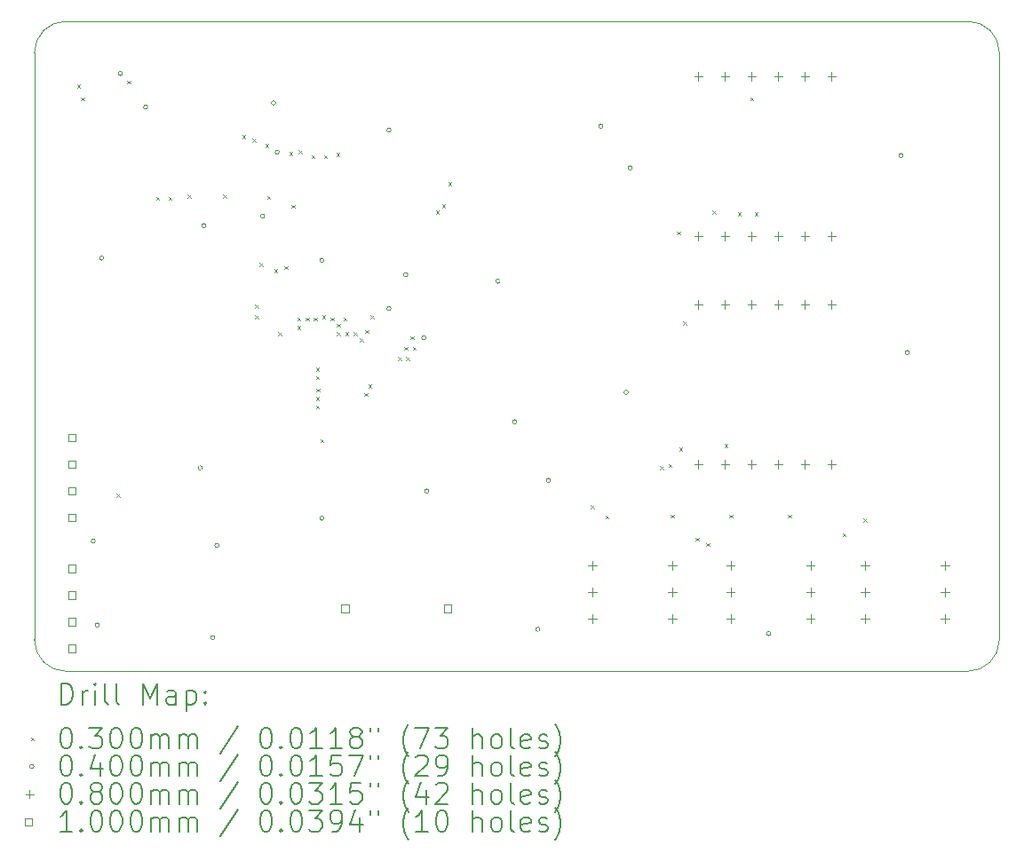
<source format=gbr>
%TF.GenerationSoftware,KiCad,Pcbnew,8.0.4*%
%TF.CreationDate,2024-08-28T18:13:53+02:00*%
%TF.ProjectId,Controller,436f6e74-726f-46c6-9c65-722e6b696361,v0*%
%TF.SameCoordinates,Original*%
%TF.FileFunction,Drillmap*%
%TF.FilePolarity,Positive*%
%FSLAX45Y45*%
G04 Gerber Fmt 4.5, Leading zero omitted, Abs format (unit mm)*
G04 Created by KiCad (PCBNEW 8.0.4) date 2024-08-28 18:13:53*
%MOMM*%
%LPD*%
G01*
G04 APERTURE LIST*
%ADD10C,0.100000*%
%ADD11C,0.200000*%
G04 APERTURE END LIST*
D10*
X15800000Y-5300000D02*
G75*
G02*
X16100000Y-5000000I300000J0D01*
G01*
X24700000Y-5000000D02*
G75*
G02*
X25000000Y-5300000I0J-300000D01*
G01*
X25000000Y-10900000D02*
G75*
G02*
X24700000Y-11200000I-300000J0D01*
G01*
X25000000Y-5300000D02*
X25000000Y-10900000D01*
X24700000Y-11200000D02*
X16100000Y-11200000D01*
X15800000Y-10900000D02*
X15800000Y-5300000D01*
X16100000Y-5000000D02*
X24700000Y-5000000D01*
X16100000Y-11200000D02*
G75*
G02*
X15800000Y-10900000I0J300000D01*
G01*
D11*
D10*
X16205000Y-5605000D02*
X16235000Y-5635000D01*
X16235000Y-5605000D02*
X16205000Y-5635000D01*
X16245000Y-5725000D02*
X16275000Y-5755000D01*
X16275000Y-5725000D02*
X16245000Y-5755000D01*
X16585000Y-9505000D02*
X16615000Y-9535000D01*
X16615000Y-9505000D02*
X16585000Y-9535000D01*
X16685000Y-5565000D02*
X16715000Y-5595000D01*
X16715000Y-5565000D02*
X16685000Y-5595000D01*
X16960000Y-6675000D02*
X16990000Y-6705000D01*
X16990000Y-6675000D02*
X16960000Y-6705000D01*
X17080000Y-6675000D02*
X17110000Y-6705000D01*
X17110000Y-6675000D02*
X17080000Y-6705000D01*
X17260000Y-6655000D02*
X17290000Y-6685000D01*
X17290000Y-6655000D02*
X17260000Y-6685000D01*
X17600000Y-6655000D02*
X17630000Y-6685000D01*
X17630000Y-6655000D02*
X17600000Y-6685000D01*
X17780000Y-6085000D02*
X17810000Y-6115000D01*
X17810000Y-6085000D02*
X17780000Y-6115000D01*
X17880000Y-6122500D02*
X17910000Y-6152500D01*
X17910000Y-6122500D02*
X17880000Y-6152500D01*
X17905000Y-7705000D02*
X17935000Y-7735000D01*
X17935000Y-7705000D02*
X17905000Y-7735000D01*
X17905000Y-7805000D02*
X17935000Y-7835000D01*
X17935000Y-7805000D02*
X17905000Y-7835000D01*
X17945000Y-7305000D02*
X17975000Y-7335000D01*
X17975000Y-7305000D02*
X17945000Y-7335000D01*
X18000000Y-6172500D02*
X18030000Y-6202500D01*
X18030000Y-6172500D02*
X18000000Y-6202500D01*
X18020000Y-6665000D02*
X18050000Y-6695000D01*
X18050000Y-6665000D02*
X18020000Y-6695000D01*
X18085000Y-7365000D02*
X18115000Y-7395000D01*
X18115000Y-7365000D02*
X18085000Y-7395000D01*
X18125000Y-7965000D02*
X18155000Y-7995000D01*
X18155000Y-7965000D02*
X18125000Y-7995000D01*
X18185000Y-7335711D02*
X18215000Y-7365711D01*
X18215000Y-7335711D02*
X18185000Y-7365711D01*
X18229958Y-6247458D02*
X18259958Y-6277458D01*
X18259958Y-6247458D02*
X18229958Y-6277458D01*
X18251250Y-6751250D02*
X18281250Y-6781250D01*
X18281250Y-6751250D02*
X18251250Y-6781250D01*
X18305000Y-7825000D02*
X18335000Y-7855000D01*
X18335000Y-7825000D02*
X18305000Y-7855000D01*
X18305000Y-7905000D02*
X18335000Y-7935000D01*
X18335000Y-7905000D02*
X18305000Y-7935000D01*
X18317444Y-6230683D02*
X18347444Y-6260683D01*
X18347444Y-6230683D02*
X18317444Y-6260683D01*
X18385000Y-7825000D02*
X18415000Y-7855000D01*
X18415000Y-7825000D02*
X18385000Y-7855000D01*
X18440000Y-6277500D02*
X18470000Y-6307500D01*
X18470000Y-6277500D02*
X18440000Y-6307500D01*
X18465000Y-7825000D02*
X18495000Y-7855000D01*
X18495000Y-7825000D02*
X18465000Y-7855000D01*
X18485000Y-8305000D02*
X18515000Y-8335000D01*
X18515000Y-8305000D02*
X18485000Y-8335000D01*
X18485000Y-8385000D02*
X18515000Y-8415000D01*
X18515000Y-8385000D02*
X18485000Y-8415000D01*
X18485000Y-8585000D02*
X18515000Y-8615000D01*
X18515000Y-8585000D02*
X18485000Y-8615000D01*
X18485000Y-8665000D02*
X18515000Y-8695000D01*
X18515000Y-8665000D02*
X18485000Y-8695000D01*
X18490000Y-8505000D02*
X18520000Y-8535000D01*
X18520000Y-8505000D02*
X18490000Y-8535000D01*
X18525000Y-8985000D02*
X18555000Y-9015000D01*
X18555000Y-8985000D02*
X18525000Y-9015000D01*
X18545000Y-7805000D02*
X18575000Y-7835000D01*
X18575000Y-7805000D02*
X18545000Y-7835000D01*
X18560000Y-6277500D02*
X18590000Y-6307500D01*
X18590000Y-6277500D02*
X18560000Y-6307500D01*
X18625000Y-7825000D02*
X18655000Y-7855000D01*
X18655000Y-7825000D02*
X18625000Y-7855000D01*
X18680000Y-6257500D02*
X18710000Y-6287500D01*
X18710000Y-6257500D02*
X18680000Y-6287500D01*
X18685000Y-7885000D02*
X18715000Y-7915000D01*
X18715000Y-7885000D02*
X18685000Y-7915000D01*
X18685000Y-7965000D02*
X18715000Y-7995000D01*
X18715000Y-7965000D02*
X18685000Y-7995000D01*
X18745000Y-7825000D02*
X18775000Y-7855000D01*
X18775000Y-7825000D02*
X18745000Y-7855000D01*
X18765000Y-7965000D02*
X18795000Y-7995000D01*
X18795000Y-7965000D02*
X18765000Y-7995000D01*
X18845000Y-7965000D02*
X18875000Y-7995000D01*
X18875000Y-7965000D02*
X18845000Y-7995000D01*
X18905000Y-8025000D02*
X18935000Y-8055000D01*
X18935000Y-8025000D02*
X18905000Y-8055000D01*
X18945000Y-8545000D02*
X18975000Y-8575000D01*
X18975000Y-8545000D02*
X18945000Y-8575000D01*
X18955000Y-7945000D02*
X18985000Y-7975000D01*
X18985000Y-7945000D02*
X18955000Y-7975000D01*
X18985000Y-8465000D02*
X19015000Y-8495000D01*
X19015000Y-8465000D02*
X18985000Y-8495000D01*
X19005000Y-7805000D02*
X19035000Y-7835000D01*
X19035000Y-7805000D02*
X19005000Y-7835000D01*
X19265000Y-8205000D02*
X19295000Y-8235000D01*
X19295000Y-8205000D02*
X19265000Y-8235000D01*
X19325000Y-8105000D02*
X19355000Y-8135000D01*
X19355000Y-8105000D02*
X19325000Y-8135000D01*
X19345000Y-8205000D02*
X19375000Y-8235000D01*
X19375000Y-8205000D02*
X19345000Y-8235000D01*
X19385000Y-8005000D02*
X19415000Y-8035000D01*
X19415000Y-8005000D02*
X19385000Y-8035000D01*
X19405000Y-8105000D02*
X19435000Y-8135000D01*
X19435000Y-8105000D02*
X19405000Y-8135000D01*
X19625000Y-6805000D02*
X19655000Y-6835000D01*
X19655000Y-6805000D02*
X19625000Y-6835000D01*
X19685000Y-6745000D02*
X19715000Y-6775000D01*
X19715000Y-6745000D02*
X19685000Y-6775000D01*
X19745000Y-6535000D02*
X19775000Y-6565000D01*
X19775000Y-6535000D02*
X19745000Y-6565000D01*
X21105000Y-9615000D02*
X21135000Y-9645000D01*
X21135000Y-9615000D02*
X21105000Y-9645000D01*
X21245000Y-9715000D02*
X21275000Y-9745000D01*
X21275000Y-9715000D02*
X21245000Y-9745000D01*
X21765000Y-9245000D02*
X21795000Y-9275000D01*
X21795000Y-9245000D02*
X21765000Y-9275000D01*
X21844896Y-9225104D02*
X21874896Y-9255104D01*
X21874896Y-9225104D02*
X21844896Y-9255104D01*
X21865000Y-9705000D02*
X21895000Y-9735000D01*
X21895000Y-9705000D02*
X21865000Y-9735000D01*
X21925000Y-7005000D02*
X21955000Y-7035000D01*
X21955000Y-7005000D02*
X21925000Y-7035000D01*
X21945000Y-9065000D02*
X21975000Y-9095000D01*
X21975000Y-9065000D02*
X21945000Y-9095000D01*
X21985000Y-7865000D02*
X22015000Y-7895000D01*
X22015000Y-7865000D02*
X21985000Y-7895000D01*
X22105000Y-9925000D02*
X22135000Y-9955000D01*
X22135000Y-9925000D02*
X22105000Y-9955000D01*
X22205000Y-9975000D02*
X22235000Y-10005000D01*
X22235000Y-9975000D02*
X22205000Y-10005000D01*
X22265000Y-6805000D02*
X22295000Y-6835000D01*
X22295000Y-6805000D02*
X22265000Y-6835000D01*
X22376645Y-9033355D02*
X22406645Y-9063355D01*
X22406645Y-9033355D02*
X22376645Y-9063355D01*
X22425000Y-9705000D02*
X22455000Y-9735000D01*
X22455000Y-9705000D02*
X22425000Y-9735000D01*
X22505000Y-6825000D02*
X22535000Y-6855000D01*
X22535000Y-6825000D02*
X22505000Y-6855000D01*
X22625000Y-5725000D02*
X22655000Y-5755000D01*
X22655000Y-5725000D02*
X22625000Y-5755000D01*
X22665000Y-6822000D02*
X22695000Y-6852000D01*
X22695000Y-6822000D02*
X22665000Y-6852000D01*
X22985000Y-9705000D02*
X23015000Y-9735000D01*
X23015000Y-9705000D02*
X22985000Y-9735000D01*
X23505000Y-9885000D02*
X23535000Y-9915000D01*
X23535000Y-9885000D02*
X23505000Y-9915000D01*
X23705000Y-9745000D02*
X23735000Y-9775000D01*
X23735000Y-9745000D02*
X23705000Y-9775000D01*
X16380000Y-9960000D02*
G75*
G02*
X16340000Y-9960000I-20000J0D01*
G01*
X16340000Y-9960000D02*
G75*
G02*
X16380000Y-9960000I20000J0D01*
G01*
X16420000Y-10760000D02*
G75*
G02*
X16380000Y-10760000I-20000J0D01*
G01*
X16380000Y-10760000D02*
G75*
G02*
X16420000Y-10760000I20000J0D01*
G01*
X16460000Y-7260000D02*
G75*
G02*
X16420000Y-7260000I-20000J0D01*
G01*
X16420000Y-7260000D02*
G75*
G02*
X16460000Y-7260000I20000J0D01*
G01*
X16640000Y-5500000D02*
G75*
G02*
X16600000Y-5500000I-20000J0D01*
G01*
X16600000Y-5500000D02*
G75*
G02*
X16640000Y-5500000I20000J0D01*
G01*
X16880000Y-5820000D02*
G75*
G02*
X16840000Y-5820000I-20000J0D01*
G01*
X16840000Y-5820000D02*
G75*
G02*
X16880000Y-5820000I20000J0D01*
G01*
X17400000Y-9260000D02*
G75*
G02*
X17360000Y-9260000I-20000J0D01*
G01*
X17360000Y-9260000D02*
G75*
G02*
X17400000Y-9260000I20000J0D01*
G01*
X17435000Y-6950000D02*
G75*
G02*
X17395000Y-6950000I-20000J0D01*
G01*
X17395000Y-6950000D02*
G75*
G02*
X17435000Y-6950000I20000J0D01*
G01*
X17520000Y-10880000D02*
G75*
G02*
X17480000Y-10880000I-20000J0D01*
G01*
X17480000Y-10880000D02*
G75*
G02*
X17520000Y-10880000I20000J0D01*
G01*
X17560000Y-10000000D02*
G75*
G02*
X17520000Y-10000000I-20000J0D01*
G01*
X17520000Y-10000000D02*
G75*
G02*
X17560000Y-10000000I20000J0D01*
G01*
X17995000Y-6860000D02*
G75*
G02*
X17955000Y-6860000I-20000J0D01*
G01*
X17955000Y-6860000D02*
G75*
G02*
X17995000Y-6860000I20000J0D01*
G01*
X18100000Y-5780000D02*
G75*
G02*
X18060000Y-5780000I-20000J0D01*
G01*
X18060000Y-5780000D02*
G75*
G02*
X18100000Y-5780000I20000J0D01*
G01*
X18135000Y-6247500D02*
G75*
G02*
X18095000Y-6247500I-20000J0D01*
G01*
X18095000Y-6247500D02*
G75*
G02*
X18135000Y-6247500I20000J0D01*
G01*
X18560000Y-7280000D02*
G75*
G02*
X18520000Y-7280000I-20000J0D01*
G01*
X18520000Y-7280000D02*
G75*
G02*
X18560000Y-7280000I20000J0D01*
G01*
X18560000Y-9740000D02*
G75*
G02*
X18520000Y-9740000I-20000J0D01*
G01*
X18520000Y-9740000D02*
G75*
G02*
X18560000Y-9740000I20000J0D01*
G01*
X19200000Y-6040000D02*
G75*
G02*
X19160000Y-6040000I-20000J0D01*
G01*
X19160000Y-6040000D02*
G75*
G02*
X19200000Y-6040000I20000J0D01*
G01*
X19200000Y-7740000D02*
G75*
G02*
X19160000Y-7740000I-20000J0D01*
G01*
X19160000Y-7740000D02*
G75*
G02*
X19200000Y-7740000I20000J0D01*
G01*
X19360000Y-7420000D02*
G75*
G02*
X19320000Y-7420000I-20000J0D01*
G01*
X19320000Y-7420000D02*
G75*
G02*
X19360000Y-7420000I20000J0D01*
G01*
X19532500Y-8020000D02*
G75*
G02*
X19492500Y-8020000I-20000J0D01*
G01*
X19492500Y-8020000D02*
G75*
G02*
X19532500Y-8020000I20000J0D01*
G01*
X19560000Y-9480000D02*
G75*
G02*
X19520000Y-9480000I-20000J0D01*
G01*
X19520000Y-9480000D02*
G75*
G02*
X19560000Y-9480000I20000J0D01*
G01*
X20240000Y-7480000D02*
G75*
G02*
X20200000Y-7480000I-20000J0D01*
G01*
X20200000Y-7480000D02*
G75*
G02*
X20240000Y-7480000I20000J0D01*
G01*
X20400000Y-8820000D02*
G75*
G02*
X20360000Y-8820000I-20000J0D01*
G01*
X20360000Y-8820000D02*
G75*
G02*
X20400000Y-8820000I20000J0D01*
G01*
X20620000Y-10800000D02*
G75*
G02*
X20580000Y-10800000I-20000J0D01*
G01*
X20580000Y-10800000D02*
G75*
G02*
X20620000Y-10800000I20000J0D01*
G01*
X20720000Y-9380000D02*
G75*
G02*
X20680000Y-9380000I-20000J0D01*
G01*
X20680000Y-9380000D02*
G75*
G02*
X20720000Y-9380000I20000J0D01*
G01*
X21220000Y-6000000D02*
G75*
G02*
X21180000Y-6000000I-20000J0D01*
G01*
X21180000Y-6000000D02*
G75*
G02*
X21220000Y-6000000I20000J0D01*
G01*
X21460000Y-8540000D02*
G75*
G02*
X21420000Y-8540000I-20000J0D01*
G01*
X21420000Y-8540000D02*
G75*
G02*
X21460000Y-8540000I20000J0D01*
G01*
X21500000Y-6400000D02*
G75*
G02*
X21460000Y-6400000I-20000J0D01*
G01*
X21460000Y-6400000D02*
G75*
G02*
X21500000Y-6400000I20000J0D01*
G01*
X22820000Y-10840000D02*
G75*
G02*
X22780000Y-10840000I-20000J0D01*
G01*
X22780000Y-10840000D02*
G75*
G02*
X22820000Y-10840000I20000J0D01*
G01*
X24080000Y-6280000D02*
G75*
G02*
X24040000Y-6280000I-20000J0D01*
G01*
X24040000Y-6280000D02*
G75*
G02*
X24080000Y-6280000I20000J0D01*
G01*
X24140000Y-8160000D02*
G75*
G02*
X24100000Y-8160000I-20000J0D01*
G01*
X24100000Y-8160000D02*
G75*
G02*
X24140000Y-8160000I20000J0D01*
G01*
X21119000Y-10152000D02*
X21119000Y-10232000D01*
X21079000Y-10192000D02*
X21159000Y-10192000D01*
X21119000Y-10406000D02*
X21119000Y-10486000D01*
X21079000Y-10446000D02*
X21159000Y-10446000D01*
X21119000Y-10660000D02*
X21119000Y-10740000D01*
X21079000Y-10700000D02*
X21159000Y-10700000D01*
X21881000Y-10152000D02*
X21881000Y-10232000D01*
X21841000Y-10192000D02*
X21921000Y-10192000D01*
X21881000Y-10406000D02*
X21881000Y-10486000D01*
X21841000Y-10446000D02*
X21921000Y-10446000D01*
X21881000Y-10660000D02*
X21881000Y-10740000D01*
X21841000Y-10700000D02*
X21921000Y-10700000D01*
X22130000Y-5485000D02*
X22130000Y-5565000D01*
X22090000Y-5525000D02*
X22170000Y-5525000D01*
X22130000Y-7009000D02*
X22130000Y-7089000D01*
X22090000Y-7049000D02*
X22170000Y-7049000D01*
X22130000Y-7660000D02*
X22130000Y-7740000D01*
X22090000Y-7700000D02*
X22170000Y-7700000D01*
X22130000Y-9184000D02*
X22130000Y-9264000D01*
X22090000Y-9224000D02*
X22170000Y-9224000D01*
X22384000Y-5485000D02*
X22384000Y-5565000D01*
X22344000Y-5525000D02*
X22424000Y-5525000D01*
X22384000Y-7009000D02*
X22384000Y-7089000D01*
X22344000Y-7049000D02*
X22424000Y-7049000D01*
X22384000Y-7660000D02*
X22384000Y-7740000D01*
X22344000Y-7700000D02*
X22424000Y-7700000D01*
X22384000Y-9184000D02*
X22384000Y-9264000D01*
X22344000Y-9224000D02*
X22424000Y-9224000D01*
X22438000Y-10152000D02*
X22438000Y-10232000D01*
X22398000Y-10192000D02*
X22478000Y-10192000D01*
X22438000Y-10406000D02*
X22438000Y-10486000D01*
X22398000Y-10446000D02*
X22478000Y-10446000D01*
X22438000Y-10660000D02*
X22438000Y-10740000D01*
X22398000Y-10700000D02*
X22478000Y-10700000D01*
X22638000Y-5485000D02*
X22638000Y-5565000D01*
X22598000Y-5525000D02*
X22678000Y-5525000D01*
X22638000Y-7009000D02*
X22638000Y-7089000D01*
X22598000Y-7049000D02*
X22678000Y-7049000D01*
X22638000Y-7660000D02*
X22638000Y-7740000D01*
X22598000Y-7700000D02*
X22678000Y-7700000D01*
X22638000Y-9184000D02*
X22638000Y-9264000D01*
X22598000Y-9224000D02*
X22678000Y-9224000D01*
X22892000Y-5485000D02*
X22892000Y-5565000D01*
X22852000Y-5525000D02*
X22932000Y-5525000D01*
X22892000Y-7009000D02*
X22892000Y-7089000D01*
X22852000Y-7049000D02*
X22932000Y-7049000D01*
X22892000Y-7660000D02*
X22892000Y-7740000D01*
X22852000Y-7700000D02*
X22932000Y-7700000D01*
X22892000Y-9184000D02*
X22892000Y-9264000D01*
X22852000Y-9224000D02*
X22932000Y-9224000D01*
X23146000Y-5485000D02*
X23146000Y-5565000D01*
X23106000Y-5525000D02*
X23186000Y-5525000D01*
X23146000Y-7009000D02*
X23146000Y-7089000D01*
X23106000Y-7049000D02*
X23186000Y-7049000D01*
X23146000Y-7660000D02*
X23146000Y-7740000D01*
X23106000Y-7700000D02*
X23186000Y-7700000D01*
X23146000Y-9184000D02*
X23146000Y-9264000D01*
X23106000Y-9224000D02*
X23186000Y-9224000D01*
X23200000Y-10152000D02*
X23200000Y-10232000D01*
X23160000Y-10192000D02*
X23240000Y-10192000D01*
X23200000Y-10406000D02*
X23200000Y-10486000D01*
X23160000Y-10446000D02*
X23240000Y-10446000D01*
X23200000Y-10660000D02*
X23200000Y-10740000D01*
X23160000Y-10700000D02*
X23240000Y-10700000D01*
X23400000Y-5485000D02*
X23400000Y-5565000D01*
X23360000Y-5525000D02*
X23440000Y-5525000D01*
X23400000Y-7009000D02*
X23400000Y-7089000D01*
X23360000Y-7049000D02*
X23440000Y-7049000D01*
X23400000Y-7660000D02*
X23400000Y-7740000D01*
X23360000Y-7700000D02*
X23440000Y-7700000D01*
X23400000Y-9184000D02*
X23400000Y-9264000D01*
X23360000Y-9224000D02*
X23440000Y-9224000D01*
X23719000Y-10152000D02*
X23719000Y-10232000D01*
X23679000Y-10192000D02*
X23759000Y-10192000D01*
X23719000Y-10406000D02*
X23719000Y-10486000D01*
X23679000Y-10446000D02*
X23759000Y-10446000D01*
X23719000Y-10660000D02*
X23719000Y-10740000D01*
X23679000Y-10700000D02*
X23759000Y-10700000D01*
X24481000Y-10152000D02*
X24481000Y-10232000D01*
X24441000Y-10192000D02*
X24521000Y-10192000D01*
X24481000Y-10406000D02*
X24481000Y-10486000D01*
X24441000Y-10446000D02*
X24521000Y-10446000D01*
X24481000Y-10660000D02*
X24481000Y-10740000D01*
X24441000Y-10700000D02*
X24521000Y-10700000D01*
X16195356Y-9007356D02*
X16195356Y-8936644D01*
X16124644Y-8936644D01*
X16124644Y-9007356D01*
X16195356Y-9007356D01*
X16195356Y-9261356D02*
X16195356Y-9190644D01*
X16124644Y-9190644D01*
X16124644Y-9261356D01*
X16195356Y-9261356D01*
X16195356Y-9515356D02*
X16195356Y-9444644D01*
X16124644Y-9444644D01*
X16124644Y-9515356D01*
X16195356Y-9515356D01*
X16195356Y-9769356D02*
X16195356Y-9698644D01*
X16124644Y-9698644D01*
X16124644Y-9769356D01*
X16195356Y-9769356D01*
X16195356Y-10255356D02*
X16195356Y-10184644D01*
X16124644Y-10184644D01*
X16124644Y-10255356D01*
X16195356Y-10255356D01*
X16195356Y-10509356D02*
X16195356Y-10438644D01*
X16124644Y-10438644D01*
X16124644Y-10509356D01*
X16195356Y-10509356D01*
X16195356Y-10763356D02*
X16195356Y-10692644D01*
X16124644Y-10692644D01*
X16124644Y-10763356D01*
X16195356Y-10763356D01*
X16195356Y-11017356D02*
X16195356Y-10946644D01*
X16124644Y-10946644D01*
X16124644Y-11017356D01*
X16195356Y-11017356D01*
X18795356Y-10635356D02*
X18795356Y-10564644D01*
X18724644Y-10564644D01*
X18724644Y-10635356D01*
X18795356Y-10635356D01*
X19775356Y-10635356D02*
X19775356Y-10564644D01*
X19704644Y-10564644D01*
X19704644Y-10635356D01*
X19775356Y-10635356D01*
D11*
X16055777Y-11516484D02*
X16055777Y-11316484D01*
X16055777Y-11316484D02*
X16103396Y-11316484D01*
X16103396Y-11316484D02*
X16131967Y-11326008D01*
X16131967Y-11326008D02*
X16151015Y-11345055D01*
X16151015Y-11345055D02*
X16160539Y-11364103D01*
X16160539Y-11364103D02*
X16170062Y-11402198D01*
X16170062Y-11402198D02*
X16170062Y-11430769D01*
X16170062Y-11430769D02*
X16160539Y-11468865D01*
X16160539Y-11468865D02*
X16151015Y-11487912D01*
X16151015Y-11487912D02*
X16131967Y-11506960D01*
X16131967Y-11506960D02*
X16103396Y-11516484D01*
X16103396Y-11516484D02*
X16055777Y-11516484D01*
X16255777Y-11516484D02*
X16255777Y-11383150D01*
X16255777Y-11421246D02*
X16265301Y-11402198D01*
X16265301Y-11402198D02*
X16274824Y-11392674D01*
X16274824Y-11392674D02*
X16293872Y-11383150D01*
X16293872Y-11383150D02*
X16312920Y-11383150D01*
X16379586Y-11516484D02*
X16379586Y-11383150D01*
X16379586Y-11316484D02*
X16370062Y-11326008D01*
X16370062Y-11326008D02*
X16379586Y-11335531D01*
X16379586Y-11335531D02*
X16389110Y-11326008D01*
X16389110Y-11326008D02*
X16379586Y-11316484D01*
X16379586Y-11316484D02*
X16379586Y-11335531D01*
X16503396Y-11516484D02*
X16484348Y-11506960D01*
X16484348Y-11506960D02*
X16474824Y-11487912D01*
X16474824Y-11487912D02*
X16474824Y-11316484D01*
X16608158Y-11516484D02*
X16589110Y-11506960D01*
X16589110Y-11506960D02*
X16579586Y-11487912D01*
X16579586Y-11487912D02*
X16579586Y-11316484D01*
X16836729Y-11516484D02*
X16836729Y-11316484D01*
X16836729Y-11316484D02*
X16903396Y-11459341D01*
X16903396Y-11459341D02*
X16970063Y-11316484D01*
X16970063Y-11316484D02*
X16970063Y-11516484D01*
X17151015Y-11516484D02*
X17151015Y-11411722D01*
X17151015Y-11411722D02*
X17141491Y-11392674D01*
X17141491Y-11392674D02*
X17122444Y-11383150D01*
X17122444Y-11383150D02*
X17084348Y-11383150D01*
X17084348Y-11383150D02*
X17065301Y-11392674D01*
X17151015Y-11506960D02*
X17131967Y-11516484D01*
X17131967Y-11516484D02*
X17084348Y-11516484D01*
X17084348Y-11516484D02*
X17065301Y-11506960D01*
X17065301Y-11506960D02*
X17055777Y-11487912D01*
X17055777Y-11487912D02*
X17055777Y-11468865D01*
X17055777Y-11468865D02*
X17065301Y-11449817D01*
X17065301Y-11449817D02*
X17084348Y-11440293D01*
X17084348Y-11440293D02*
X17131967Y-11440293D01*
X17131967Y-11440293D02*
X17151015Y-11430769D01*
X17246253Y-11383150D02*
X17246253Y-11583150D01*
X17246253Y-11392674D02*
X17265301Y-11383150D01*
X17265301Y-11383150D02*
X17303396Y-11383150D01*
X17303396Y-11383150D02*
X17322444Y-11392674D01*
X17322444Y-11392674D02*
X17331967Y-11402198D01*
X17331967Y-11402198D02*
X17341491Y-11421246D01*
X17341491Y-11421246D02*
X17341491Y-11478388D01*
X17341491Y-11478388D02*
X17331967Y-11497436D01*
X17331967Y-11497436D02*
X17322444Y-11506960D01*
X17322444Y-11506960D02*
X17303396Y-11516484D01*
X17303396Y-11516484D02*
X17265301Y-11516484D01*
X17265301Y-11516484D02*
X17246253Y-11506960D01*
X17427205Y-11497436D02*
X17436729Y-11506960D01*
X17436729Y-11506960D02*
X17427205Y-11516484D01*
X17427205Y-11516484D02*
X17417682Y-11506960D01*
X17417682Y-11506960D02*
X17427205Y-11497436D01*
X17427205Y-11497436D02*
X17427205Y-11516484D01*
X17427205Y-11392674D02*
X17436729Y-11402198D01*
X17436729Y-11402198D02*
X17427205Y-11411722D01*
X17427205Y-11411722D02*
X17417682Y-11402198D01*
X17417682Y-11402198D02*
X17427205Y-11392674D01*
X17427205Y-11392674D02*
X17427205Y-11411722D01*
D10*
X15765000Y-11830000D02*
X15795000Y-11860000D01*
X15795000Y-11830000D02*
X15765000Y-11860000D01*
D11*
X16093872Y-11736484D02*
X16112920Y-11736484D01*
X16112920Y-11736484D02*
X16131967Y-11746008D01*
X16131967Y-11746008D02*
X16141491Y-11755531D01*
X16141491Y-11755531D02*
X16151015Y-11774579D01*
X16151015Y-11774579D02*
X16160539Y-11812674D01*
X16160539Y-11812674D02*
X16160539Y-11860293D01*
X16160539Y-11860293D02*
X16151015Y-11898388D01*
X16151015Y-11898388D02*
X16141491Y-11917436D01*
X16141491Y-11917436D02*
X16131967Y-11926960D01*
X16131967Y-11926960D02*
X16112920Y-11936484D01*
X16112920Y-11936484D02*
X16093872Y-11936484D01*
X16093872Y-11936484D02*
X16074824Y-11926960D01*
X16074824Y-11926960D02*
X16065301Y-11917436D01*
X16065301Y-11917436D02*
X16055777Y-11898388D01*
X16055777Y-11898388D02*
X16046253Y-11860293D01*
X16046253Y-11860293D02*
X16046253Y-11812674D01*
X16046253Y-11812674D02*
X16055777Y-11774579D01*
X16055777Y-11774579D02*
X16065301Y-11755531D01*
X16065301Y-11755531D02*
X16074824Y-11746008D01*
X16074824Y-11746008D02*
X16093872Y-11736484D01*
X16246253Y-11917436D02*
X16255777Y-11926960D01*
X16255777Y-11926960D02*
X16246253Y-11936484D01*
X16246253Y-11936484D02*
X16236729Y-11926960D01*
X16236729Y-11926960D02*
X16246253Y-11917436D01*
X16246253Y-11917436D02*
X16246253Y-11936484D01*
X16322443Y-11736484D02*
X16446253Y-11736484D01*
X16446253Y-11736484D02*
X16379586Y-11812674D01*
X16379586Y-11812674D02*
X16408158Y-11812674D01*
X16408158Y-11812674D02*
X16427205Y-11822198D01*
X16427205Y-11822198D02*
X16436729Y-11831722D01*
X16436729Y-11831722D02*
X16446253Y-11850769D01*
X16446253Y-11850769D02*
X16446253Y-11898388D01*
X16446253Y-11898388D02*
X16436729Y-11917436D01*
X16436729Y-11917436D02*
X16427205Y-11926960D01*
X16427205Y-11926960D02*
X16408158Y-11936484D01*
X16408158Y-11936484D02*
X16351015Y-11936484D01*
X16351015Y-11936484D02*
X16331967Y-11926960D01*
X16331967Y-11926960D02*
X16322443Y-11917436D01*
X16570062Y-11736484D02*
X16589110Y-11736484D01*
X16589110Y-11736484D02*
X16608158Y-11746008D01*
X16608158Y-11746008D02*
X16617682Y-11755531D01*
X16617682Y-11755531D02*
X16627205Y-11774579D01*
X16627205Y-11774579D02*
X16636729Y-11812674D01*
X16636729Y-11812674D02*
X16636729Y-11860293D01*
X16636729Y-11860293D02*
X16627205Y-11898388D01*
X16627205Y-11898388D02*
X16617682Y-11917436D01*
X16617682Y-11917436D02*
X16608158Y-11926960D01*
X16608158Y-11926960D02*
X16589110Y-11936484D01*
X16589110Y-11936484D02*
X16570062Y-11936484D01*
X16570062Y-11936484D02*
X16551015Y-11926960D01*
X16551015Y-11926960D02*
X16541491Y-11917436D01*
X16541491Y-11917436D02*
X16531967Y-11898388D01*
X16531967Y-11898388D02*
X16522443Y-11860293D01*
X16522443Y-11860293D02*
X16522443Y-11812674D01*
X16522443Y-11812674D02*
X16531967Y-11774579D01*
X16531967Y-11774579D02*
X16541491Y-11755531D01*
X16541491Y-11755531D02*
X16551015Y-11746008D01*
X16551015Y-11746008D02*
X16570062Y-11736484D01*
X16760539Y-11736484D02*
X16779586Y-11736484D01*
X16779586Y-11736484D02*
X16798634Y-11746008D01*
X16798634Y-11746008D02*
X16808158Y-11755531D01*
X16808158Y-11755531D02*
X16817682Y-11774579D01*
X16817682Y-11774579D02*
X16827205Y-11812674D01*
X16827205Y-11812674D02*
X16827205Y-11860293D01*
X16827205Y-11860293D02*
X16817682Y-11898388D01*
X16817682Y-11898388D02*
X16808158Y-11917436D01*
X16808158Y-11917436D02*
X16798634Y-11926960D01*
X16798634Y-11926960D02*
X16779586Y-11936484D01*
X16779586Y-11936484D02*
X16760539Y-11936484D01*
X16760539Y-11936484D02*
X16741491Y-11926960D01*
X16741491Y-11926960D02*
X16731967Y-11917436D01*
X16731967Y-11917436D02*
X16722443Y-11898388D01*
X16722443Y-11898388D02*
X16712920Y-11860293D01*
X16712920Y-11860293D02*
X16712920Y-11812674D01*
X16712920Y-11812674D02*
X16722443Y-11774579D01*
X16722443Y-11774579D02*
X16731967Y-11755531D01*
X16731967Y-11755531D02*
X16741491Y-11746008D01*
X16741491Y-11746008D02*
X16760539Y-11736484D01*
X16912920Y-11936484D02*
X16912920Y-11803150D01*
X16912920Y-11822198D02*
X16922444Y-11812674D01*
X16922444Y-11812674D02*
X16941491Y-11803150D01*
X16941491Y-11803150D02*
X16970063Y-11803150D01*
X16970063Y-11803150D02*
X16989110Y-11812674D01*
X16989110Y-11812674D02*
X16998634Y-11831722D01*
X16998634Y-11831722D02*
X16998634Y-11936484D01*
X16998634Y-11831722D02*
X17008158Y-11812674D01*
X17008158Y-11812674D02*
X17027205Y-11803150D01*
X17027205Y-11803150D02*
X17055777Y-11803150D01*
X17055777Y-11803150D02*
X17074825Y-11812674D01*
X17074825Y-11812674D02*
X17084348Y-11831722D01*
X17084348Y-11831722D02*
X17084348Y-11936484D01*
X17179586Y-11936484D02*
X17179586Y-11803150D01*
X17179586Y-11822198D02*
X17189110Y-11812674D01*
X17189110Y-11812674D02*
X17208158Y-11803150D01*
X17208158Y-11803150D02*
X17236729Y-11803150D01*
X17236729Y-11803150D02*
X17255777Y-11812674D01*
X17255777Y-11812674D02*
X17265301Y-11831722D01*
X17265301Y-11831722D02*
X17265301Y-11936484D01*
X17265301Y-11831722D02*
X17274825Y-11812674D01*
X17274825Y-11812674D02*
X17293872Y-11803150D01*
X17293872Y-11803150D02*
X17322444Y-11803150D01*
X17322444Y-11803150D02*
X17341491Y-11812674D01*
X17341491Y-11812674D02*
X17351015Y-11831722D01*
X17351015Y-11831722D02*
X17351015Y-11936484D01*
X17741491Y-11726960D02*
X17570063Y-11984103D01*
X17998634Y-11736484D02*
X18017682Y-11736484D01*
X18017682Y-11736484D02*
X18036729Y-11746008D01*
X18036729Y-11746008D02*
X18046253Y-11755531D01*
X18046253Y-11755531D02*
X18055777Y-11774579D01*
X18055777Y-11774579D02*
X18065301Y-11812674D01*
X18065301Y-11812674D02*
X18065301Y-11860293D01*
X18065301Y-11860293D02*
X18055777Y-11898388D01*
X18055777Y-11898388D02*
X18046253Y-11917436D01*
X18046253Y-11917436D02*
X18036729Y-11926960D01*
X18036729Y-11926960D02*
X18017682Y-11936484D01*
X18017682Y-11936484D02*
X17998634Y-11936484D01*
X17998634Y-11936484D02*
X17979587Y-11926960D01*
X17979587Y-11926960D02*
X17970063Y-11917436D01*
X17970063Y-11917436D02*
X17960539Y-11898388D01*
X17960539Y-11898388D02*
X17951015Y-11860293D01*
X17951015Y-11860293D02*
X17951015Y-11812674D01*
X17951015Y-11812674D02*
X17960539Y-11774579D01*
X17960539Y-11774579D02*
X17970063Y-11755531D01*
X17970063Y-11755531D02*
X17979587Y-11746008D01*
X17979587Y-11746008D02*
X17998634Y-11736484D01*
X18151015Y-11917436D02*
X18160539Y-11926960D01*
X18160539Y-11926960D02*
X18151015Y-11936484D01*
X18151015Y-11936484D02*
X18141491Y-11926960D01*
X18141491Y-11926960D02*
X18151015Y-11917436D01*
X18151015Y-11917436D02*
X18151015Y-11936484D01*
X18284348Y-11736484D02*
X18303396Y-11736484D01*
X18303396Y-11736484D02*
X18322444Y-11746008D01*
X18322444Y-11746008D02*
X18331968Y-11755531D01*
X18331968Y-11755531D02*
X18341491Y-11774579D01*
X18341491Y-11774579D02*
X18351015Y-11812674D01*
X18351015Y-11812674D02*
X18351015Y-11860293D01*
X18351015Y-11860293D02*
X18341491Y-11898388D01*
X18341491Y-11898388D02*
X18331968Y-11917436D01*
X18331968Y-11917436D02*
X18322444Y-11926960D01*
X18322444Y-11926960D02*
X18303396Y-11936484D01*
X18303396Y-11936484D02*
X18284348Y-11936484D01*
X18284348Y-11936484D02*
X18265301Y-11926960D01*
X18265301Y-11926960D02*
X18255777Y-11917436D01*
X18255777Y-11917436D02*
X18246253Y-11898388D01*
X18246253Y-11898388D02*
X18236729Y-11860293D01*
X18236729Y-11860293D02*
X18236729Y-11812674D01*
X18236729Y-11812674D02*
X18246253Y-11774579D01*
X18246253Y-11774579D02*
X18255777Y-11755531D01*
X18255777Y-11755531D02*
X18265301Y-11746008D01*
X18265301Y-11746008D02*
X18284348Y-11736484D01*
X18541491Y-11936484D02*
X18427206Y-11936484D01*
X18484348Y-11936484D02*
X18484348Y-11736484D01*
X18484348Y-11736484D02*
X18465301Y-11765055D01*
X18465301Y-11765055D02*
X18446253Y-11784103D01*
X18446253Y-11784103D02*
X18427206Y-11793627D01*
X18731968Y-11936484D02*
X18617682Y-11936484D01*
X18674825Y-11936484D02*
X18674825Y-11736484D01*
X18674825Y-11736484D02*
X18655777Y-11765055D01*
X18655777Y-11765055D02*
X18636729Y-11784103D01*
X18636729Y-11784103D02*
X18617682Y-11793627D01*
X18846253Y-11822198D02*
X18827206Y-11812674D01*
X18827206Y-11812674D02*
X18817682Y-11803150D01*
X18817682Y-11803150D02*
X18808158Y-11784103D01*
X18808158Y-11784103D02*
X18808158Y-11774579D01*
X18808158Y-11774579D02*
X18817682Y-11755531D01*
X18817682Y-11755531D02*
X18827206Y-11746008D01*
X18827206Y-11746008D02*
X18846253Y-11736484D01*
X18846253Y-11736484D02*
X18884349Y-11736484D01*
X18884349Y-11736484D02*
X18903396Y-11746008D01*
X18903396Y-11746008D02*
X18912920Y-11755531D01*
X18912920Y-11755531D02*
X18922444Y-11774579D01*
X18922444Y-11774579D02*
X18922444Y-11784103D01*
X18922444Y-11784103D02*
X18912920Y-11803150D01*
X18912920Y-11803150D02*
X18903396Y-11812674D01*
X18903396Y-11812674D02*
X18884349Y-11822198D01*
X18884349Y-11822198D02*
X18846253Y-11822198D01*
X18846253Y-11822198D02*
X18827206Y-11831722D01*
X18827206Y-11831722D02*
X18817682Y-11841246D01*
X18817682Y-11841246D02*
X18808158Y-11860293D01*
X18808158Y-11860293D02*
X18808158Y-11898388D01*
X18808158Y-11898388D02*
X18817682Y-11917436D01*
X18817682Y-11917436D02*
X18827206Y-11926960D01*
X18827206Y-11926960D02*
X18846253Y-11936484D01*
X18846253Y-11936484D02*
X18884349Y-11936484D01*
X18884349Y-11936484D02*
X18903396Y-11926960D01*
X18903396Y-11926960D02*
X18912920Y-11917436D01*
X18912920Y-11917436D02*
X18922444Y-11898388D01*
X18922444Y-11898388D02*
X18922444Y-11860293D01*
X18922444Y-11860293D02*
X18912920Y-11841246D01*
X18912920Y-11841246D02*
X18903396Y-11831722D01*
X18903396Y-11831722D02*
X18884349Y-11822198D01*
X18998634Y-11736484D02*
X18998634Y-11774579D01*
X19074825Y-11736484D02*
X19074825Y-11774579D01*
X19370063Y-12012674D02*
X19360539Y-12003150D01*
X19360539Y-12003150D02*
X19341491Y-11974579D01*
X19341491Y-11974579D02*
X19331968Y-11955531D01*
X19331968Y-11955531D02*
X19322444Y-11926960D01*
X19322444Y-11926960D02*
X19312920Y-11879341D01*
X19312920Y-11879341D02*
X19312920Y-11841246D01*
X19312920Y-11841246D02*
X19322444Y-11793627D01*
X19322444Y-11793627D02*
X19331968Y-11765055D01*
X19331968Y-11765055D02*
X19341491Y-11746008D01*
X19341491Y-11746008D02*
X19360539Y-11717436D01*
X19360539Y-11717436D02*
X19370063Y-11707912D01*
X19427206Y-11736484D02*
X19560539Y-11736484D01*
X19560539Y-11736484D02*
X19474825Y-11936484D01*
X19617682Y-11736484D02*
X19741491Y-11736484D01*
X19741491Y-11736484D02*
X19674825Y-11812674D01*
X19674825Y-11812674D02*
X19703396Y-11812674D01*
X19703396Y-11812674D02*
X19722444Y-11822198D01*
X19722444Y-11822198D02*
X19731968Y-11831722D01*
X19731968Y-11831722D02*
X19741491Y-11850769D01*
X19741491Y-11850769D02*
X19741491Y-11898388D01*
X19741491Y-11898388D02*
X19731968Y-11917436D01*
X19731968Y-11917436D02*
X19722444Y-11926960D01*
X19722444Y-11926960D02*
X19703396Y-11936484D01*
X19703396Y-11936484D02*
X19646253Y-11936484D01*
X19646253Y-11936484D02*
X19627206Y-11926960D01*
X19627206Y-11926960D02*
X19617682Y-11917436D01*
X19979587Y-11936484D02*
X19979587Y-11736484D01*
X20065301Y-11936484D02*
X20065301Y-11831722D01*
X20065301Y-11831722D02*
X20055777Y-11812674D01*
X20055777Y-11812674D02*
X20036730Y-11803150D01*
X20036730Y-11803150D02*
X20008158Y-11803150D01*
X20008158Y-11803150D02*
X19989111Y-11812674D01*
X19989111Y-11812674D02*
X19979587Y-11822198D01*
X20189111Y-11936484D02*
X20170063Y-11926960D01*
X20170063Y-11926960D02*
X20160539Y-11917436D01*
X20160539Y-11917436D02*
X20151015Y-11898388D01*
X20151015Y-11898388D02*
X20151015Y-11841246D01*
X20151015Y-11841246D02*
X20160539Y-11822198D01*
X20160539Y-11822198D02*
X20170063Y-11812674D01*
X20170063Y-11812674D02*
X20189111Y-11803150D01*
X20189111Y-11803150D02*
X20217682Y-11803150D01*
X20217682Y-11803150D02*
X20236730Y-11812674D01*
X20236730Y-11812674D02*
X20246253Y-11822198D01*
X20246253Y-11822198D02*
X20255777Y-11841246D01*
X20255777Y-11841246D02*
X20255777Y-11898388D01*
X20255777Y-11898388D02*
X20246253Y-11917436D01*
X20246253Y-11917436D02*
X20236730Y-11926960D01*
X20236730Y-11926960D02*
X20217682Y-11936484D01*
X20217682Y-11936484D02*
X20189111Y-11936484D01*
X20370063Y-11936484D02*
X20351015Y-11926960D01*
X20351015Y-11926960D02*
X20341492Y-11907912D01*
X20341492Y-11907912D02*
X20341492Y-11736484D01*
X20522444Y-11926960D02*
X20503396Y-11936484D01*
X20503396Y-11936484D02*
X20465301Y-11936484D01*
X20465301Y-11936484D02*
X20446253Y-11926960D01*
X20446253Y-11926960D02*
X20436730Y-11907912D01*
X20436730Y-11907912D02*
X20436730Y-11831722D01*
X20436730Y-11831722D02*
X20446253Y-11812674D01*
X20446253Y-11812674D02*
X20465301Y-11803150D01*
X20465301Y-11803150D02*
X20503396Y-11803150D01*
X20503396Y-11803150D02*
X20522444Y-11812674D01*
X20522444Y-11812674D02*
X20531968Y-11831722D01*
X20531968Y-11831722D02*
X20531968Y-11850769D01*
X20531968Y-11850769D02*
X20436730Y-11869817D01*
X20608158Y-11926960D02*
X20627206Y-11936484D01*
X20627206Y-11936484D02*
X20665301Y-11936484D01*
X20665301Y-11936484D02*
X20684349Y-11926960D01*
X20684349Y-11926960D02*
X20693873Y-11907912D01*
X20693873Y-11907912D02*
X20693873Y-11898388D01*
X20693873Y-11898388D02*
X20684349Y-11879341D01*
X20684349Y-11879341D02*
X20665301Y-11869817D01*
X20665301Y-11869817D02*
X20636730Y-11869817D01*
X20636730Y-11869817D02*
X20617682Y-11860293D01*
X20617682Y-11860293D02*
X20608158Y-11841246D01*
X20608158Y-11841246D02*
X20608158Y-11831722D01*
X20608158Y-11831722D02*
X20617682Y-11812674D01*
X20617682Y-11812674D02*
X20636730Y-11803150D01*
X20636730Y-11803150D02*
X20665301Y-11803150D01*
X20665301Y-11803150D02*
X20684349Y-11812674D01*
X20760539Y-12012674D02*
X20770063Y-12003150D01*
X20770063Y-12003150D02*
X20789111Y-11974579D01*
X20789111Y-11974579D02*
X20798634Y-11955531D01*
X20798634Y-11955531D02*
X20808158Y-11926960D01*
X20808158Y-11926960D02*
X20817682Y-11879341D01*
X20817682Y-11879341D02*
X20817682Y-11841246D01*
X20817682Y-11841246D02*
X20808158Y-11793627D01*
X20808158Y-11793627D02*
X20798634Y-11765055D01*
X20798634Y-11765055D02*
X20789111Y-11746008D01*
X20789111Y-11746008D02*
X20770063Y-11717436D01*
X20770063Y-11717436D02*
X20760539Y-11707912D01*
D10*
X15795000Y-12109000D02*
G75*
G02*
X15755000Y-12109000I-20000J0D01*
G01*
X15755000Y-12109000D02*
G75*
G02*
X15795000Y-12109000I20000J0D01*
G01*
D11*
X16093872Y-12000484D02*
X16112920Y-12000484D01*
X16112920Y-12000484D02*
X16131967Y-12010008D01*
X16131967Y-12010008D02*
X16141491Y-12019531D01*
X16141491Y-12019531D02*
X16151015Y-12038579D01*
X16151015Y-12038579D02*
X16160539Y-12076674D01*
X16160539Y-12076674D02*
X16160539Y-12124293D01*
X16160539Y-12124293D02*
X16151015Y-12162388D01*
X16151015Y-12162388D02*
X16141491Y-12181436D01*
X16141491Y-12181436D02*
X16131967Y-12190960D01*
X16131967Y-12190960D02*
X16112920Y-12200484D01*
X16112920Y-12200484D02*
X16093872Y-12200484D01*
X16093872Y-12200484D02*
X16074824Y-12190960D01*
X16074824Y-12190960D02*
X16065301Y-12181436D01*
X16065301Y-12181436D02*
X16055777Y-12162388D01*
X16055777Y-12162388D02*
X16046253Y-12124293D01*
X16046253Y-12124293D02*
X16046253Y-12076674D01*
X16046253Y-12076674D02*
X16055777Y-12038579D01*
X16055777Y-12038579D02*
X16065301Y-12019531D01*
X16065301Y-12019531D02*
X16074824Y-12010008D01*
X16074824Y-12010008D02*
X16093872Y-12000484D01*
X16246253Y-12181436D02*
X16255777Y-12190960D01*
X16255777Y-12190960D02*
X16246253Y-12200484D01*
X16246253Y-12200484D02*
X16236729Y-12190960D01*
X16236729Y-12190960D02*
X16246253Y-12181436D01*
X16246253Y-12181436D02*
X16246253Y-12200484D01*
X16427205Y-12067150D02*
X16427205Y-12200484D01*
X16379586Y-11990960D02*
X16331967Y-12133817D01*
X16331967Y-12133817D02*
X16455777Y-12133817D01*
X16570062Y-12000484D02*
X16589110Y-12000484D01*
X16589110Y-12000484D02*
X16608158Y-12010008D01*
X16608158Y-12010008D02*
X16617682Y-12019531D01*
X16617682Y-12019531D02*
X16627205Y-12038579D01*
X16627205Y-12038579D02*
X16636729Y-12076674D01*
X16636729Y-12076674D02*
X16636729Y-12124293D01*
X16636729Y-12124293D02*
X16627205Y-12162388D01*
X16627205Y-12162388D02*
X16617682Y-12181436D01*
X16617682Y-12181436D02*
X16608158Y-12190960D01*
X16608158Y-12190960D02*
X16589110Y-12200484D01*
X16589110Y-12200484D02*
X16570062Y-12200484D01*
X16570062Y-12200484D02*
X16551015Y-12190960D01*
X16551015Y-12190960D02*
X16541491Y-12181436D01*
X16541491Y-12181436D02*
X16531967Y-12162388D01*
X16531967Y-12162388D02*
X16522443Y-12124293D01*
X16522443Y-12124293D02*
X16522443Y-12076674D01*
X16522443Y-12076674D02*
X16531967Y-12038579D01*
X16531967Y-12038579D02*
X16541491Y-12019531D01*
X16541491Y-12019531D02*
X16551015Y-12010008D01*
X16551015Y-12010008D02*
X16570062Y-12000484D01*
X16760539Y-12000484D02*
X16779586Y-12000484D01*
X16779586Y-12000484D02*
X16798634Y-12010008D01*
X16798634Y-12010008D02*
X16808158Y-12019531D01*
X16808158Y-12019531D02*
X16817682Y-12038579D01*
X16817682Y-12038579D02*
X16827205Y-12076674D01*
X16827205Y-12076674D02*
X16827205Y-12124293D01*
X16827205Y-12124293D02*
X16817682Y-12162388D01*
X16817682Y-12162388D02*
X16808158Y-12181436D01*
X16808158Y-12181436D02*
X16798634Y-12190960D01*
X16798634Y-12190960D02*
X16779586Y-12200484D01*
X16779586Y-12200484D02*
X16760539Y-12200484D01*
X16760539Y-12200484D02*
X16741491Y-12190960D01*
X16741491Y-12190960D02*
X16731967Y-12181436D01*
X16731967Y-12181436D02*
X16722443Y-12162388D01*
X16722443Y-12162388D02*
X16712920Y-12124293D01*
X16712920Y-12124293D02*
X16712920Y-12076674D01*
X16712920Y-12076674D02*
X16722443Y-12038579D01*
X16722443Y-12038579D02*
X16731967Y-12019531D01*
X16731967Y-12019531D02*
X16741491Y-12010008D01*
X16741491Y-12010008D02*
X16760539Y-12000484D01*
X16912920Y-12200484D02*
X16912920Y-12067150D01*
X16912920Y-12086198D02*
X16922444Y-12076674D01*
X16922444Y-12076674D02*
X16941491Y-12067150D01*
X16941491Y-12067150D02*
X16970063Y-12067150D01*
X16970063Y-12067150D02*
X16989110Y-12076674D01*
X16989110Y-12076674D02*
X16998634Y-12095722D01*
X16998634Y-12095722D02*
X16998634Y-12200484D01*
X16998634Y-12095722D02*
X17008158Y-12076674D01*
X17008158Y-12076674D02*
X17027205Y-12067150D01*
X17027205Y-12067150D02*
X17055777Y-12067150D01*
X17055777Y-12067150D02*
X17074825Y-12076674D01*
X17074825Y-12076674D02*
X17084348Y-12095722D01*
X17084348Y-12095722D02*
X17084348Y-12200484D01*
X17179586Y-12200484D02*
X17179586Y-12067150D01*
X17179586Y-12086198D02*
X17189110Y-12076674D01*
X17189110Y-12076674D02*
X17208158Y-12067150D01*
X17208158Y-12067150D02*
X17236729Y-12067150D01*
X17236729Y-12067150D02*
X17255777Y-12076674D01*
X17255777Y-12076674D02*
X17265301Y-12095722D01*
X17265301Y-12095722D02*
X17265301Y-12200484D01*
X17265301Y-12095722D02*
X17274825Y-12076674D01*
X17274825Y-12076674D02*
X17293872Y-12067150D01*
X17293872Y-12067150D02*
X17322444Y-12067150D01*
X17322444Y-12067150D02*
X17341491Y-12076674D01*
X17341491Y-12076674D02*
X17351015Y-12095722D01*
X17351015Y-12095722D02*
X17351015Y-12200484D01*
X17741491Y-11990960D02*
X17570063Y-12248103D01*
X17998634Y-12000484D02*
X18017682Y-12000484D01*
X18017682Y-12000484D02*
X18036729Y-12010008D01*
X18036729Y-12010008D02*
X18046253Y-12019531D01*
X18046253Y-12019531D02*
X18055777Y-12038579D01*
X18055777Y-12038579D02*
X18065301Y-12076674D01*
X18065301Y-12076674D02*
X18065301Y-12124293D01*
X18065301Y-12124293D02*
X18055777Y-12162388D01*
X18055777Y-12162388D02*
X18046253Y-12181436D01*
X18046253Y-12181436D02*
X18036729Y-12190960D01*
X18036729Y-12190960D02*
X18017682Y-12200484D01*
X18017682Y-12200484D02*
X17998634Y-12200484D01*
X17998634Y-12200484D02*
X17979587Y-12190960D01*
X17979587Y-12190960D02*
X17970063Y-12181436D01*
X17970063Y-12181436D02*
X17960539Y-12162388D01*
X17960539Y-12162388D02*
X17951015Y-12124293D01*
X17951015Y-12124293D02*
X17951015Y-12076674D01*
X17951015Y-12076674D02*
X17960539Y-12038579D01*
X17960539Y-12038579D02*
X17970063Y-12019531D01*
X17970063Y-12019531D02*
X17979587Y-12010008D01*
X17979587Y-12010008D02*
X17998634Y-12000484D01*
X18151015Y-12181436D02*
X18160539Y-12190960D01*
X18160539Y-12190960D02*
X18151015Y-12200484D01*
X18151015Y-12200484D02*
X18141491Y-12190960D01*
X18141491Y-12190960D02*
X18151015Y-12181436D01*
X18151015Y-12181436D02*
X18151015Y-12200484D01*
X18284348Y-12000484D02*
X18303396Y-12000484D01*
X18303396Y-12000484D02*
X18322444Y-12010008D01*
X18322444Y-12010008D02*
X18331968Y-12019531D01*
X18331968Y-12019531D02*
X18341491Y-12038579D01*
X18341491Y-12038579D02*
X18351015Y-12076674D01*
X18351015Y-12076674D02*
X18351015Y-12124293D01*
X18351015Y-12124293D02*
X18341491Y-12162388D01*
X18341491Y-12162388D02*
X18331968Y-12181436D01*
X18331968Y-12181436D02*
X18322444Y-12190960D01*
X18322444Y-12190960D02*
X18303396Y-12200484D01*
X18303396Y-12200484D02*
X18284348Y-12200484D01*
X18284348Y-12200484D02*
X18265301Y-12190960D01*
X18265301Y-12190960D02*
X18255777Y-12181436D01*
X18255777Y-12181436D02*
X18246253Y-12162388D01*
X18246253Y-12162388D02*
X18236729Y-12124293D01*
X18236729Y-12124293D02*
X18236729Y-12076674D01*
X18236729Y-12076674D02*
X18246253Y-12038579D01*
X18246253Y-12038579D02*
X18255777Y-12019531D01*
X18255777Y-12019531D02*
X18265301Y-12010008D01*
X18265301Y-12010008D02*
X18284348Y-12000484D01*
X18541491Y-12200484D02*
X18427206Y-12200484D01*
X18484348Y-12200484D02*
X18484348Y-12000484D01*
X18484348Y-12000484D02*
X18465301Y-12029055D01*
X18465301Y-12029055D02*
X18446253Y-12048103D01*
X18446253Y-12048103D02*
X18427206Y-12057627D01*
X18722444Y-12000484D02*
X18627206Y-12000484D01*
X18627206Y-12000484D02*
X18617682Y-12095722D01*
X18617682Y-12095722D02*
X18627206Y-12086198D01*
X18627206Y-12086198D02*
X18646253Y-12076674D01*
X18646253Y-12076674D02*
X18693872Y-12076674D01*
X18693872Y-12076674D02*
X18712920Y-12086198D01*
X18712920Y-12086198D02*
X18722444Y-12095722D01*
X18722444Y-12095722D02*
X18731968Y-12114769D01*
X18731968Y-12114769D02*
X18731968Y-12162388D01*
X18731968Y-12162388D02*
X18722444Y-12181436D01*
X18722444Y-12181436D02*
X18712920Y-12190960D01*
X18712920Y-12190960D02*
X18693872Y-12200484D01*
X18693872Y-12200484D02*
X18646253Y-12200484D01*
X18646253Y-12200484D02*
X18627206Y-12190960D01*
X18627206Y-12190960D02*
X18617682Y-12181436D01*
X18798634Y-12000484D02*
X18931968Y-12000484D01*
X18931968Y-12000484D02*
X18846253Y-12200484D01*
X18998634Y-12000484D02*
X18998634Y-12038579D01*
X19074825Y-12000484D02*
X19074825Y-12038579D01*
X19370063Y-12276674D02*
X19360539Y-12267150D01*
X19360539Y-12267150D02*
X19341491Y-12238579D01*
X19341491Y-12238579D02*
X19331968Y-12219531D01*
X19331968Y-12219531D02*
X19322444Y-12190960D01*
X19322444Y-12190960D02*
X19312920Y-12143341D01*
X19312920Y-12143341D02*
X19312920Y-12105246D01*
X19312920Y-12105246D02*
X19322444Y-12057627D01*
X19322444Y-12057627D02*
X19331968Y-12029055D01*
X19331968Y-12029055D02*
X19341491Y-12010008D01*
X19341491Y-12010008D02*
X19360539Y-11981436D01*
X19360539Y-11981436D02*
X19370063Y-11971912D01*
X19436730Y-12019531D02*
X19446253Y-12010008D01*
X19446253Y-12010008D02*
X19465301Y-12000484D01*
X19465301Y-12000484D02*
X19512920Y-12000484D01*
X19512920Y-12000484D02*
X19531968Y-12010008D01*
X19531968Y-12010008D02*
X19541491Y-12019531D01*
X19541491Y-12019531D02*
X19551015Y-12038579D01*
X19551015Y-12038579D02*
X19551015Y-12057627D01*
X19551015Y-12057627D02*
X19541491Y-12086198D01*
X19541491Y-12086198D02*
X19427206Y-12200484D01*
X19427206Y-12200484D02*
X19551015Y-12200484D01*
X19646253Y-12200484D02*
X19684349Y-12200484D01*
X19684349Y-12200484D02*
X19703396Y-12190960D01*
X19703396Y-12190960D02*
X19712920Y-12181436D01*
X19712920Y-12181436D02*
X19731968Y-12152865D01*
X19731968Y-12152865D02*
X19741491Y-12114769D01*
X19741491Y-12114769D02*
X19741491Y-12038579D01*
X19741491Y-12038579D02*
X19731968Y-12019531D01*
X19731968Y-12019531D02*
X19722444Y-12010008D01*
X19722444Y-12010008D02*
X19703396Y-12000484D01*
X19703396Y-12000484D02*
X19665301Y-12000484D01*
X19665301Y-12000484D02*
X19646253Y-12010008D01*
X19646253Y-12010008D02*
X19636730Y-12019531D01*
X19636730Y-12019531D02*
X19627206Y-12038579D01*
X19627206Y-12038579D02*
X19627206Y-12086198D01*
X19627206Y-12086198D02*
X19636730Y-12105246D01*
X19636730Y-12105246D02*
X19646253Y-12114769D01*
X19646253Y-12114769D02*
X19665301Y-12124293D01*
X19665301Y-12124293D02*
X19703396Y-12124293D01*
X19703396Y-12124293D02*
X19722444Y-12114769D01*
X19722444Y-12114769D02*
X19731968Y-12105246D01*
X19731968Y-12105246D02*
X19741491Y-12086198D01*
X19979587Y-12200484D02*
X19979587Y-12000484D01*
X20065301Y-12200484D02*
X20065301Y-12095722D01*
X20065301Y-12095722D02*
X20055777Y-12076674D01*
X20055777Y-12076674D02*
X20036730Y-12067150D01*
X20036730Y-12067150D02*
X20008158Y-12067150D01*
X20008158Y-12067150D02*
X19989111Y-12076674D01*
X19989111Y-12076674D02*
X19979587Y-12086198D01*
X20189111Y-12200484D02*
X20170063Y-12190960D01*
X20170063Y-12190960D02*
X20160539Y-12181436D01*
X20160539Y-12181436D02*
X20151015Y-12162388D01*
X20151015Y-12162388D02*
X20151015Y-12105246D01*
X20151015Y-12105246D02*
X20160539Y-12086198D01*
X20160539Y-12086198D02*
X20170063Y-12076674D01*
X20170063Y-12076674D02*
X20189111Y-12067150D01*
X20189111Y-12067150D02*
X20217682Y-12067150D01*
X20217682Y-12067150D02*
X20236730Y-12076674D01*
X20236730Y-12076674D02*
X20246253Y-12086198D01*
X20246253Y-12086198D02*
X20255777Y-12105246D01*
X20255777Y-12105246D02*
X20255777Y-12162388D01*
X20255777Y-12162388D02*
X20246253Y-12181436D01*
X20246253Y-12181436D02*
X20236730Y-12190960D01*
X20236730Y-12190960D02*
X20217682Y-12200484D01*
X20217682Y-12200484D02*
X20189111Y-12200484D01*
X20370063Y-12200484D02*
X20351015Y-12190960D01*
X20351015Y-12190960D02*
X20341492Y-12171912D01*
X20341492Y-12171912D02*
X20341492Y-12000484D01*
X20522444Y-12190960D02*
X20503396Y-12200484D01*
X20503396Y-12200484D02*
X20465301Y-12200484D01*
X20465301Y-12200484D02*
X20446253Y-12190960D01*
X20446253Y-12190960D02*
X20436730Y-12171912D01*
X20436730Y-12171912D02*
X20436730Y-12095722D01*
X20436730Y-12095722D02*
X20446253Y-12076674D01*
X20446253Y-12076674D02*
X20465301Y-12067150D01*
X20465301Y-12067150D02*
X20503396Y-12067150D01*
X20503396Y-12067150D02*
X20522444Y-12076674D01*
X20522444Y-12076674D02*
X20531968Y-12095722D01*
X20531968Y-12095722D02*
X20531968Y-12114769D01*
X20531968Y-12114769D02*
X20436730Y-12133817D01*
X20608158Y-12190960D02*
X20627206Y-12200484D01*
X20627206Y-12200484D02*
X20665301Y-12200484D01*
X20665301Y-12200484D02*
X20684349Y-12190960D01*
X20684349Y-12190960D02*
X20693873Y-12171912D01*
X20693873Y-12171912D02*
X20693873Y-12162388D01*
X20693873Y-12162388D02*
X20684349Y-12143341D01*
X20684349Y-12143341D02*
X20665301Y-12133817D01*
X20665301Y-12133817D02*
X20636730Y-12133817D01*
X20636730Y-12133817D02*
X20617682Y-12124293D01*
X20617682Y-12124293D02*
X20608158Y-12105246D01*
X20608158Y-12105246D02*
X20608158Y-12095722D01*
X20608158Y-12095722D02*
X20617682Y-12076674D01*
X20617682Y-12076674D02*
X20636730Y-12067150D01*
X20636730Y-12067150D02*
X20665301Y-12067150D01*
X20665301Y-12067150D02*
X20684349Y-12076674D01*
X20760539Y-12276674D02*
X20770063Y-12267150D01*
X20770063Y-12267150D02*
X20789111Y-12238579D01*
X20789111Y-12238579D02*
X20798634Y-12219531D01*
X20798634Y-12219531D02*
X20808158Y-12190960D01*
X20808158Y-12190960D02*
X20817682Y-12143341D01*
X20817682Y-12143341D02*
X20817682Y-12105246D01*
X20817682Y-12105246D02*
X20808158Y-12057627D01*
X20808158Y-12057627D02*
X20798634Y-12029055D01*
X20798634Y-12029055D02*
X20789111Y-12010008D01*
X20789111Y-12010008D02*
X20770063Y-11981436D01*
X20770063Y-11981436D02*
X20760539Y-11971912D01*
D10*
X15755000Y-12333000D02*
X15755000Y-12413000D01*
X15715000Y-12373000D02*
X15795000Y-12373000D01*
D11*
X16093872Y-12264484D02*
X16112920Y-12264484D01*
X16112920Y-12264484D02*
X16131967Y-12274008D01*
X16131967Y-12274008D02*
X16141491Y-12283531D01*
X16141491Y-12283531D02*
X16151015Y-12302579D01*
X16151015Y-12302579D02*
X16160539Y-12340674D01*
X16160539Y-12340674D02*
X16160539Y-12388293D01*
X16160539Y-12388293D02*
X16151015Y-12426388D01*
X16151015Y-12426388D02*
X16141491Y-12445436D01*
X16141491Y-12445436D02*
X16131967Y-12454960D01*
X16131967Y-12454960D02*
X16112920Y-12464484D01*
X16112920Y-12464484D02*
X16093872Y-12464484D01*
X16093872Y-12464484D02*
X16074824Y-12454960D01*
X16074824Y-12454960D02*
X16065301Y-12445436D01*
X16065301Y-12445436D02*
X16055777Y-12426388D01*
X16055777Y-12426388D02*
X16046253Y-12388293D01*
X16046253Y-12388293D02*
X16046253Y-12340674D01*
X16046253Y-12340674D02*
X16055777Y-12302579D01*
X16055777Y-12302579D02*
X16065301Y-12283531D01*
X16065301Y-12283531D02*
X16074824Y-12274008D01*
X16074824Y-12274008D02*
X16093872Y-12264484D01*
X16246253Y-12445436D02*
X16255777Y-12454960D01*
X16255777Y-12454960D02*
X16246253Y-12464484D01*
X16246253Y-12464484D02*
X16236729Y-12454960D01*
X16236729Y-12454960D02*
X16246253Y-12445436D01*
X16246253Y-12445436D02*
X16246253Y-12464484D01*
X16370062Y-12350198D02*
X16351015Y-12340674D01*
X16351015Y-12340674D02*
X16341491Y-12331150D01*
X16341491Y-12331150D02*
X16331967Y-12312103D01*
X16331967Y-12312103D02*
X16331967Y-12302579D01*
X16331967Y-12302579D02*
X16341491Y-12283531D01*
X16341491Y-12283531D02*
X16351015Y-12274008D01*
X16351015Y-12274008D02*
X16370062Y-12264484D01*
X16370062Y-12264484D02*
X16408158Y-12264484D01*
X16408158Y-12264484D02*
X16427205Y-12274008D01*
X16427205Y-12274008D02*
X16436729Y-12283531D01*
X16436729Y-12283531D02*
X16446253Y-12302579D01*
X16446253Y-12302579D02*
X16446253Y-12312103D01*
X16446253Y-12312103D02*
X16436729Y-12331150D01*
X16436729Y-12331150D02*
X16427205Y-12340674D01*
X16427205Y-12340674D02*
X16408158Y-12350198D01*
X16408158Y-12350198D02*
X16370062Y-12350198D01*
X16370062Y-12350198D02*
X16351015Y-12359722D01*
X16351015Y-12359722D02*
X16341491Y-12369246D01*
X16341491Y-12369246D02*
X16331967Y-12388293D01*
X16331967Y-12388293D02*
X16331967Y-12426388D01*
X16331967Y-12426388D02*
X16341491Y-12445436D01*
X16341491Y-12445436D02*
X16351015Y-12454960D01*
X16351015Y-12454960D02*
X16370062Y-12464484D01*
X16370062Y-12464484D02*
X16408158Y-12464484D01*
X16408158Y-12464484D02*
X16427205Y-12454960D01*
X16427205Y-12454960D02*
X16436729Y-12445436D01*
X16436729Y-12445436D02*
X16446253Y-12426388D01*
X16446253Y-12426388D02*
X16446253Y-12388293D01*
X16446253Y-12388293D02*
X16436729Y-12369246D01*
X16436729Y-12369246D02*
X16427205Y-12359722D01*
X16427205Y-12359722D02*
X16408158Y-12350198D01*
X16570062Y-12264484D02*
X16589110Y-12264484D01*
X16589110Y-12264484D02*
X16608158Y-12274008D01*
X16608158Y-12274008D02*
X16617682Y-12283531D01*
X16617682Y-12283531D02*
X16627205Y-12302579D01*
X16627205Y-12302579D02*
X16636729Y-12340674D01*
X16636729Y-12340674D02*
X16636729Y-12388293D01*
X16636729Y-12388293D02*
X16627205Y-12426388D01*
X16627205Y-12426388D02*
X16617682Y-12445436D01*
X16617682Y-12445436D02*
X16608158Y-12454960D01*
X16608158Y-12454960D02*
X16589110Y-12464484D01*
X16589110Y-12464484D02*
X16570062Y-12464484D01*
X16570062Y-12464484D02*
X16551015Y-12454960D01*
X16551015Y-12454960D02*
X16541491Y-12445436D01*
X16541491Y-12445436D02*
X16531967Y-12426388D01*
X16531967Y-12426388D02*
X16522443Y-12388293D01*
X16522443Y-12388293D02*
X16522443Y-12340674D01*
X16522443Y-12340674D02*
X16531967Y-12302579D01*
X16531967Y-12302579D02*
X16541491Y-12283531D01*
X16541491Y-12283531D02*
X16551015Y-12274008D01*
X16551015Y-12274008D02*
X16570062Y-12264484D01*
X16760539Y-12264484D02*
X16779586Y-12264484D01*
X16779586Y-12264484D02*
X16798634Y-12274008D01*
X16798634Y-12274008D02*
X16808158Y-12283531D01*
X16808158Y-12283531D02*
X16817682Y-12302579D01*
X16817682Y-12302579D02*
X16827205Y-12340674D01*
X16827205Y-12340674D02*
X16827205Y-12388293D01*
X16827205Y-12388293D02*
X16817682Y-12426388D01*
X16817682Y-12426388D02*
X16808158Y-12445436D01*
X16808158Y-12445436D02*
X16798634Y-12454960D01*
X16798634Y-12454960D02*
X16779586Y-12464484D01*
X16779586Y-12464484D02*
X16760539Y-12464484D01*
X16760539Y-12464484D02*
X16741491Y-12454960D01*
X16741491Y-12454960D02*
X16731967Y-12445436D01*
X16731967Y-12445436D02*
X16722443Y-12426388D01*
X16722443Y-12426388D02*
X16712920Y-12388293D01*
X16712920Y-12388293D02*
X16712920Y-12340674D01*
X16712920Y-12340674D02*
X16722443Y-12302579D01*
X16722443Y-12302579D02*
X16731967Y-12283531D01*
X16731967Y-12283531D02*
X16741491Y-12274008D01*
X16741491Y-12274008D02*
X16760539Y-12264484D01*
X16912920Y-12464484D02*
X16912920Y-12331150D01*
X16912920Y-12350198D02*
X16922444Y-12340674D01*
X16922444Y-12340674D02*
X16941491Y-12331150D01*
X16941491Y-12331150D02*
X16970063Y-12331150D01*
X16970063Y-12331150D02*
X16989110Y-12340674D01*
X16989110Y-12340674D02*
X16998634Y-12359722D01*
X16998634Y-12359722D02*
X16998634Y-12464484D01*
X16998634Y-12359722D02*
X17008158Y-12340674D01*
X17008158Y-12340674D02*
X17027205Y-12331150D01*
X17027205Y-12331150D02*
X17055777Y-12331150D01*
X17055777Y-12331150D02*
X17074825Y-12340674D01*
X17074825Y-12340674D02*
X17084348Y-12359722D01*
X17084348Y-12359722D02*
X17084348Y-12464484D01*
X17179586Y-12464484D02*
X17179586Y-12331150D01*
X17179586Y-12350198D02*
X17189110Y-12340674D01*
X17189110Y-12340674D02*
X17208158Y-12331150D01*
X17208158Y-12331150D02*
X17236729Y-12331150D01*
X17236729Y-12331150D02*
X17255777Y-12340674D01*
X17255777Y-12340674D02*
X17265301Y-12359722D01*
X17265301Y-12359722D02*
X17265301Y-12464484D01*
X17265301Y-12359722D02*
X17274825Y-12340674D01*
X17274825Y-12340674D02*
X17293872Y-12331150D01*
X17293872Y-12331150D02*
X17322444Y-12331150D01*
X17322444Y-12331150D02*
X17341491Y-12340674D01*
X17341491Y-12340674D02*
X17351015Y-12359722D01*
X17351015Y-12359722D02*
X17351015Y-12464484D01*
X17741491Y-12254960D02*
X17570063Y-12512103D01*
X17998634Y-12264484D02*
X18017682Y-12264484D01*
X18017682Y-12264484D02*
X18036729Y-12274008D01*
X18036729Y-12274008D02*
X18046253Y-12283531D01*
X18046253Y-12283531D02*
X18055777Y-12302579D01*
X18055777Y-12302579D02*
X18065301Y-12340674D01*
X18065301Y-12340674D02*
X18065301Y-12388293D01*
X18065301Y-12388293D02*
X18055777Y-12426388D01*
X18055777Y-12426388D02*
X18046253Y-12445436D01*
X18046253Y-12445436D02*
X18036729Y-12454960D01*
X18036729Y-12454960D02*
X18017682Y-12464484D01*
X18017682Y-12464484D02*
X17998634Y-12464484D01*
X17998634Y-12464484D02*
X17979587Y-12454960D01*
X17979587Y-12454960D02*
X17970063Y-12445436D01*
X17970063Y-12445436D02*
X17960539Y-12426388D01*
X17960539Y-12426388D02*
X17951015Y-12388293D01*
X17951015Y-12388293D02*
X17951015Y-12340674D01*
X17951015Y-12340674D02*
X17960539Y-12302579D01*
X17960539Y-12302579D02*
X17970063Y-12283531D01*
X17970063Y-12283531D02*
X17979587Y-12274008D01*
X17979587Y-12274008D02*
X17998634Y-12264484D01*
X18151015Y-12445436D02*
X18160539Y-12454960D01*
X18160539Y-12454960D02*
X18151015Y-12464484D01*
X18151015Y-12464484D02*
X18141491Y-12454960D01*
X18141491Y-12454960D02*
X18151015Y-12445436D01*
X18151015Y-12445436D02*
X18151015Y-12464484D01*
X18284348Y-12264484D02*
X18303396Y-12264484D01*
X18303396Y-12264484D02*
X18322444Y-12274008D01*
X18322444Y-12274008D02*
X18331968Y-12283531D01*
X18331968Y-12283531D02*
X18341491Y-12302579D01*
X18341491Y-12302579D02*
X18351015Y-12340674D01*
X18351015Y-12340674D02*
X18351015Y-12388293D01*
X18351015Y-12388293D02*
X18341491Y-12426388D01*
X18341491Y-12426388D02*
X18331968Y-12445436D01*
X18331968Y-12445436D02*
X18322444Y-12454960D01*
X18322444Y-12454960D02*
X18303396Y-12464484D01*
X18303396Y-12464484D02*
X18284348Y-12464484D01*
X18284348Y-12464484D02*
X18265301Y-12454960D01*
X18265301Y-12454960D02*
X18255777Y-12445436D01*
X18255777Y-12445436D02*
X18246253Y-12426388D01*
X18246253Y-12426388D02*
X18236729Y-12388293D01*
X18236729Y-12388293D02*
X18236729Y-12340674D01*
X18236729Y-12340674D02*
X18246253Y-12302579D01*
X18246253Y-12302579D02*
X18255777Y-12283531D01*
X18255777Y-12283531D02*
X18265301Y-12274008D01*
X18265301Y-12274008D02*
X18284348Y-12264484D01*
X18417682Y-12264484D02*
X18541491Y-12264484D01*
X18541491Y-12264484D02*
X18474825Y-12340674D01*
X18474825Y-12340674D02*
X18503396Y-12340674D01*
X18503396Y-12340674D02*
X18522444Y-12350198D01*
X18522444Y-12350198D02*
X18531968Y-12359722D01*
X18531968Y-12359722D02*
X18541491Y-12378769D01*
X18541491Y-12378769D02*
X18541491Y-12426388D01*
X18541491Y-12426388D02*
X18531968Y-12445436D01*
X18531968Y-12445436D02*
X18522444Y-12454960D01*
X18522444Y-12454960D02*
X18503396Y-12464484D01*
X18503396Y-12464484D02*
X18446253Y-12464484D01*
X18446253Y-12464484D02*
X18427206Y-12454960D01*
X18427206Y-12454960D02*
X18417682Y-12445436D01*
X18731968Y-12464484D02*
X18617682Y-12464484D01*
X18674825Y-12464484D02*
X18674825Y-12264484D01*
X18674825Y-12264484D02*
X18655777Y-12293055D01*
X18655777Y-12293055D02*
X18636729Y-12312103D01*
X18636729Y-12312103D02*
X18617682Y-12321627D01*
X18912920Y-12264484D02*
X18817682Y-12264484D01*
X18817682Y-12264484D02*
X18808158Y-12359722D01*
X18808158Y-12359722D02*
X18817682Y-12350198D01*
X18817682Y-12350198D02*
X18836729Y-12340674D01*
X18836729Y-12340674D02*
X18884349Y-12340674D01*
X18884349Y-12340674D02*
X18903396Y-12350198D01*
X18903396Y-12350198D02*
X18912920Y-12359722D01*
X18912920Y-12359722D02*
X18922444Y-12378769D01*
X18922444Y-12378769D02*
X18922444Y-12426388D01*
X18922444Y-12426388D02*
X18912920Y-12445436D01*
X18912920Y-12445436D02*
X18903396Y-12454960D01*
X18903396Y-12454960D02*
X18884349Y-12464484D01*
X18884349Y-12464484D02*
X18836729Y-12464484D01*
X18836729Y-12464484D02*
X18817682Y-12454960D01*
X18817682Y-12454960D02*
X18808158Y-12445436D01*
X18998634Y-12264484D02*
X18998634Y-12302579D01*
X19074825Y-12264484D02*
X19074825Y-12302579D01*
X19370063Y-12540674D02*
X19360539Y-12531150D01*
X19360539Y-12531150D02*
X19341491Y-12502579D01*
X19341491Y-12502579D02*
X19331968Y-12483531D01*
X19331968Y-12483531D02*
X19322444Y-12454960D01*
X19322444Y-12454960D02*
X19312920Y-12407341D01*
X19312920Y-12407341D02*
X19312920Y-12369246D01*
X19312920Y-12369246D02*
X19322444Y-12321627D01*
X19322444Y-12321627D02*
X19331968Y-12293055D01*
X19331968Y-12293055D02*
X19341491Y-12274008D01*
X19341491Y-12274008D02*
X19360539Y-12245436D01*
X19360539Y-12245436D02*
X19370063Y-12235912D01*
X19531968Y-12331150D02*
X19531968Y-12464484D01*
X19484349Y-12254960D02*
X19436730Y-12397817D01*
X19436730Y-12397817D02*
X19560539Y-12397817D01*
X19627206Y-12283531D02*
X19636730Y-12274008D01*
X19636730Y-12274008D02*
X19655777Y-12264484D01*
X19655777Y-12264484D02*
X19703396Y-12264484D01*
X19703396Y-12264484D02*
X19722444Y-12274008D01*
X19722444Y-12274008D02*
X19731968Y-12283531D01*
X19731968Y-12283531D02*
X19741491Y-12302579D01*
X19741491Y-12302579D02*
X19741491Y-12321627D01*
X19741491Y-12321627D02*
X19731968Y-12350198D01*
X19731968Y-12350198D02*
X19617682Y-12464484D01*
X19617682Y-12464484D02*
X19741491Y-12464484D01*
X19979587Y-12464484D02*
X19979587Y-12264484D01*
X20065301Y-12464484D02*
X20065301Y-12359722D01*
X20065301Y-12359722D02*
X20055777Y-12340674D01*
X20055777Y-12340674D02*
X20036730Y-12331150D01*
X20036730Y-12331150D02*
X20008158Y-12331150D01*
X20008158Y-12331150D02*
X19989111Y-12340674D01*
X19989111Y-12340674D02*
X19979587Y-12350198D01*
X20189111Y-12464484D02*
X20170063Y-12454960D01*
X20170063Y-12454960D02*
X20160539Y-12445436D01*
X20160539Y-12445436D02*
X20151015Y-12426388D01*
X20151015Y-12426388D02*
X20151015Y-12369246D01*
X20151015Y-12369246D02*
X20160539Y-12350198D01*
X20160539Y-12350198D02*
X20170063Y-12340674D01*
X20170063Y-12340674D02*
X20189111Y-12331150D01*
X20189111Y-12331150D02*
X20217682Y-12331150D01*
X20217682Y-12331150D02*
X20236730Y-12340674D01*
X20236730Y-12340674D02*
X20246253Y-12350198D01*
X20246253Y-12350198D02*
X20255777Y-12369246D01*
X20255777Y-12369246D02*
X20255777Y-12426388D01*
X20255777Y-12426388D02*
X20246253Y-12445436D01*
X20246253Y-12445436D02*
X20236730Y-12454960D01*
X20236730Y-12454960D02*
X20217682Y-12464484D01*
X20217682Y-12464484D02*
X20189111Y-12464484D01*
X20370063Y-12464484D02*
X20351015Y-12454960D01*
X20351015Y-12454960D02*
X20341492Y-12435912D01*
X20341492Y-12435912D02*
X20341492Y-12264484D01*
X20522444Y-12454960D02*
X20503396Y-12464484D01*
X20503396Y-12464484D02*
X20465301Y-12464484D01*
X20465301Y-12464484D02*
X20446253Y-12454960D01*
X20446253Y-12454960D02*
X20436730Y-12435912D01*
X20436730Y-12435912D02*
X20436730Y-12359722D01*
X20436730Y-12359722D02*
X20446253Y-12340674D01*
X20446253Y-12340674D02*
X20465301Y-12331150D01*
X20465301Y-12331150D02*
X20503396Y-12331150D01*
X20503396Y-12331150D02*
X20522444Y-12340674D01*
X20522444Y-12340674D02*
X20531968Y-12359722D01*
X20531968Y-12359722D02*
X20531968Y-12378769D01*
X20531968Y-12378769D02*
X20436730Y-12397817D01*
X20608158Y-12454960D02*
X20627206Y-12464484D01*
X20627206Y-12464484D02*
X20665301Y-12464484D01*
X20665301Y-12464484D02*
X20684349Y-12454960D01*
X20684349Y-12454960D02*
X20693873Y-12435912D01*
X20693873Y-12435912D02*
X20693873Y-12426388D01*
X20693873Y-12426388D02*
X20684349Y-12407341D01*
X20684349Y-12407341D02*
X20665301Y-12397817D01*
X20665301Y-12397817D02*
X20636730Y-12397817D01*
X20636730Y-12397817D02*
X20617682Y-12388293D01*
X20617682Y-12388293D02*
X20608158Y-12369246D01*
X20608158Y-12369246D02*
X20608158Y-12359722D01*
X20608158Y-12359722D02*
X20617682Y-12340674D01*
X20617682Y-12340674D02*
X20636730Y-12331150D01*
X20636730Y-12331150D02*
X20665301Y-12331150D01*
X20665301Y-12331150D02*
X20684349Y-12340674D01*
X20760539Y-12540674D02*
X20770063Y-12531150D01*
X20770063Y-12531150D02*
X20789111Y-12502579D01*
X20789111Y-12502579D02*
X20798634Y-12483531D01*
X20798634Y-12483531D02*
X20808158Y-12454960D01*
X20808158Y-12454960D02*
X20817682Y-12407341D01*
X20817682Y-12407341D02*
X20817682Y-12369246D01*
X20817682Y-12369246D02*
X20808158Y-12321627D01*
X20808158Y-12321627D02*
X20798634Y-12293055D01*
X20798634Y-12293055D02*
X20789111Y-12274008D01*
X20789111Y-12274008D02*
X20770063Y-12245436D01*
X20770063Y-12245436D02*
X20760539Y-12235912D01*
D10*
X15780356Y-12672356D02*
X15780356Y-12601644D01*
X15709644Y-12601644D01*
X15709644Y-12672356D01*
X15780356Y-12672356D01*
D11*
X16160539Y-12728484D02*
X16046253Y-12728484D01*
X16103396Y-12728484D02*
X16103396Y-12528484D01*
X16103396Y-12528484D02*
X16084348Y-12557055D01*
X16084348Y-12557055D02*
X16065301Y-12576103D01*
X16065301Y-12576103D02*
X16046253Y-12585627D01*
X16246253Y-12709436D02*
X16255777Y-12718960D01*
X16255777Y-12718960D02*
X16246253Y-12728484D01*
X16246253Y-12728484D02*
X16236729Y-12718960D01*
X16236729Y-12718960D02*
X16246253Y-12709436D01*
X16246253Y-12709436D02*
X16246253Y-12728484D01*
X16379586Y-12528484D02*
X16398634Y-12528484D01*
X16398634Y-12528484D02*
X16417682Y-12538008D01*
X16417682Y-12538008D02*
X16427205Y-12547531D01*
X16427205Y-12547531D02*
X16436729Y-12566579D01*
X16436729Y-12566579D02*
X16446253Y-12604674D01*
X16446253Y-12604674D02*
X16446253Y-12652293D01*
X16446253Y-12652293D02*
X16436729Y-12690388D01*
X16436729Y-12690388D02*
X16427205Y-12709436D01*
X16427205Y-12709436D02*
X16417682Y-12718960D01*
X16417682Y-12718960D02*
X16398634Y-12728484D01*
X16398634Y-12728484D02*
X16379586Y-12728484D01*
X16379586Y-12728484D02*
X16360539Y-12718960D01*
X16360539Y-12718960D02*
X16351015Y-12709436D01*
X16351015Y-12709436D02*
X16341491Y-12690388D01*
X16341491Y-12690388D02*
X16331967Y-12652293D01*
X16331967Y-12652293D02*
X16331967Y-12604674D01*
X16331967Y-12604674D02*
X16341491Y-12566579D01*
X16341491Y-12566579D02*
X16351015Y-12547531D01*
X16351015Y-12547531D02*
X16360539Y-12538008D01*
X16360539Y-12538008D02*
X16379586Y-12528484D01*
X16570062Y-12528484D02*
X16589110Y-12528484D01*
X16589110Y-12528484D02*
X16608158Y-12538008D01*
X16608158Y-12538008D02*
X16617682Y-12547531D01*
X16617682Y-12547531D02*
X16627205Y-12566579D01*
X16627205Y-12566579D02*
X16636729Y-12604674D01*
X16636729Y-12604674D02*
X16636729Y-12652293D01*
X16636729Y-12652293D02*
X16627205Y-12690388D01*
X16627205Y-12690388D02*
X16617682Y-12709436D01*
X16617682Y-12709436D02*
X16608158Y-12718960D01*
X16608158Y-12718960D02*
X16589110Y-12728484D01*
X16589110Y-12728484D02*
X16570062Y-12728484D01*
X16570062Y-12728484D02*
X16551015Y-12718960D01*
X16551015Y-12718960D02*
X16541491Y-12709436D01*
X16541491Y-12709436D02*
X16531967Y-12690388D01*
X16531967Y-12690388D02*
X16522443Y-12652293D01*
X16522443Y-12652293D02*
X16522443Y-12604674D01*
X16522443Y-12604674D02*
X16531967Y-12566579D01*
X16531967Y-12566579D02*
X16541491Y-12547531D01*
X16541491Y-12547531D02*
X16551015Y-12538008D01*
X16551015Y-12538008D02*
X16570062Y-12528484D01*
X16760539Y-12528484D02*
X16779586Y-12528484D01*
X16779586Y-12528484D02*
X16798634Y-12538008D01*
X16798634Y-12538008D02*
X16808158Y-12547531D01*
X16808158Y-12547531D02*
X16817682Y-12566579D01*
X16817682Y-12566579D02*
X16827205Y-12604674D01*
X16827205Y-12604674D02*
X16827205Y-12652293D01*
X16827205Y-12652293D02*
X16817682Y-12690388D01*
X16817682Y-12690388D02*
X16808158Y-12709436D01*
X16808158Y-12709436D02*
X16798634Y-12718960D01*
X16798634Y-12718960D02*
X16779586Y-12728484D01*
X16779586Y-12728484D02*
X16760539Y-12728484D01*
X16760539Y-12728484D02*
X16741491Y-12718960D01*
X16741491Y-12718960D02*
X16731967Y-12709436D01*
X16731967Y-12709436D02*
X16722443Y-12690388D01*
X16722443Y-12690388D02*
X16712920Y-12652293D01*
X16712920Y-12652293D02*
X16712920Y-12604674D01*
X16712920Y-12604674D02*
X16722443Y-12566579D01*
X16722443Y-12566579D02*
X16731967Y-12547531D01*
X16731967Y-12547531D02*
X16741491Y-12538008D01*
X16741491Y-12538008D02*
X16760539Y-12528484D01*
X16912920Y-12728484D02*
X16912920Y-12595150D01*
X16912920Y-12614198D02*
X16922444Y-12604674D01*
X16922444Y-12604674D02*
X16941491Y-12595150D01*
X16941491Y-12595150D02*
X16970063Y-12595150D01*
X16970063Y-12595150D02*
X16989110Y-12604674D01*
X16989110Y-12604674D02*
X16998634Y-12623722D01*
X16998634Y-12623722D02*
X16998634Y-12728484D01*
X16998634Y-12623722D02*
X17008158Y-12604674D01*
X17008158Y-12604674D02*
X17027205Y-12595150D01*
X17027205Y-12595150D02*
X17055777Y-12595150D01*
X17055777Y-12595150D02*
X17074825Y-12604674D01*
X17074825Y-12604674D02*
X17084348Y-12623722D01*
X17084348Y-12623722D02*
X17084348Y-12728484D01*
X17179586Y-12728484D02*
X17179586Y-12595150D01*
X17179586Y-12614198D02*
X17189110Y-12604674D01*
X17189110Y-12604674D02*
X17208158Y-12595150D01*
X17208158Y-12595150D02*
X17236729Y-12595150D01*
X17236729Y-12595150D02*
X17255777Y-12604674D01*
X17255777Y-12604674D02*
X17265301Y-12623722D01*
X17265301Y-12623722D02*
X17265301Y-12728484D01*
X17265301Y-12623722D02*
X17274825Y-12604674D01*
X17274825Y-12604674D02*
X17293872Y-12595150D01*
X17293872Y-12595150D02*
X17322444Y-12595150D01*
X17322444Y-12595150D02*
X17341491Y-12604674D01*
X17341491Y-12604674D02*
X17351015Y-12623722D01*
X17351015Y-12623722D02*
X17351015Y-12728484D01*
X17741491Y-12518960D02*
X17570063Y-12776103D01*
X17998634Y-12528484D02*
X18017682Y-12528484D01*
X18017682Y-12528484D02*
X18036729Y-12538008D01*
X18036729Y-12538008D02*
X18046253Y-12547531D01*
X18046253Y-12547531D02*
X18055777Y-12566579D01*
X18055777Y-12566579D02*
X18065301Y-12604674D01*
X18065301Y-12604674D02*
X18065301Y-12652293D01*
X18065301Y-12652293D02*
X18055777Y-12690388D01*
X18055777Y-12690388D02*
X18046253Y-12709436D01*
X18046253Y-12709436D02*
X18036729Y-12718960D01*
X18036729Y-12718960D02*
X18017682Y-12728484D01*
X18017682Y-12728484D02*
X17998634Y-12728484D01*
X17998634Y-12728484D02*
X17979587Y-12718960D01*
X17979587Y-12718960D02*
X17970063Y-12709436D01*
X17970063Y-12709436D02*
X17960539Y-12690388D01*
X17960539Y-12690388D02*
X17951015Y-12652293D01*
X17951015Y-12652293D02*
X17951015Y-12604674D01*
X17951015Y-12604674D02*
X17960539Y-12566579D01*
X17960539Y-12566579D02*
X17970063Y-12547531D01*
X17970063Y-12547531D02*
X17979587Y-12538008D01*
X17979587Y-12538008D02*
X17998634Y-12528484D01*
X18151015Y-12709436D02*
X18160539Y-12718960D01*
X18160539Y-12718960D02*
X18151015Y-12728484D01*
X18151015Y-12728484D02*
X18141491Y-12718960D01*
X18141491Y-12718960D02*
X18151015Y-12709436D01*
X18151015Y-12709436D02*
X18151015Y-12728484D01*
X18284348Y-12528484D02*
X18303396Y-12528484D01*
X18303396Y-12528484D02*
X18322444Y-12538008D01*
X18322444Y-12538008D02*
X18331968Y-12547531D01*
X18331968Y-12547531D02*
X18341491Y-12566579D01*
X18341491Y-12566579D02*
X18351015Y-12604674D01*
X18351015Y-12604674D02*
X18351015Y-12652293D01*
X18351015Y-12652293D02*
X18341491Y-12690388D01*
X18341491Y-12690388D02*
X18331968Y-12709436D01*
X18331968Y-12709436D02*
X18322444Y-12718960D01*
X18322444Y-12718960D02*
X18303396Y-12728484D01*
X18303396Y-12728484D02*
X18284348Y-12728484D01*
X18284348Y-12728484D02*
X18265301Y-12718960D01*
X18265301Y-12718960D02*
X18255777Y-12709436D01*
X18255777Y-12709436D02*
X18246253Y-12690388D01*
X18246253Y-12690388D02*
X18236729Y-12652293D01*
X18236729Y-12652293D02*
X18236729Y-12604674D01*
X18236729Y-12604674D02*
X18246253Y-12566579D01*
X18246253Y-12566579D02*
X18255777Y-12547531D01*
X18255777Y-12547531D02*
X18265301Y-12538008D01*
X18265301Y-12538008D02*
X18284348Y-12528484D01*
X18417682Y-12528484D02*
X18541491Y-12528484D01*
X18541491Y-12528484D02*
X18474825Y-12604674D01*
X18474825Y-12604674D02*
X18503396Y-12604674D01*
X18503396Y-12604674D02*
X18522444Y-12614198D01*
X18522444Y-12614198D02*
X18531968Y-12623722D01*
X18531968Y-12623722D02*
X18541491Y-12642769D01*
X18541491Y-12642769D02*
X18541491Y-12690388D01*
X18541491Y-12690388D02*
X18531968Y-12709436D01*
X18531968Y-12709436D02*
X18522444Y-12718960D01*
X18522444Y-12718960D02*
X18503396Y-12728484D01*
X18503396Y-12728484D02*
X18446253Y-12728484D01*
X18446253Y-12728484D02*
X18427206Y-12718960D01*
X18427206Y-12718960D02*
X18417682Y-12709436D01*
X18636729Y-12728484D02*
X18674825Y-12728484D01*
X18674825Y-12728484D02*
X18693872Y-12718960D01*
X18693872Y-12718960D02*
X18703396Y-12709436D01*
X18703396Y-12709436D02*
X18722444Y-12680865D01*
X18722444Y-12680865D02*
X18731968Y-12642769D01*
X18731968Y-12642769D02*
X18731968Y-12566579D01*
X18731968Y-12566579D02*
X18722444Y-12547531D01*
X18722444Y-12547531D02*
X18712920Y-12538008D01*
X18712920Y-12538008D02*
X18693872Y-12528484D01*
X18693872Y-12528484D02*
X18655777Y-12528484D01*
X18655777Y-12528484D02*
X18636729Y-12538008D01*
X18636729Y-12538008D02*
X18627206Y-12547531D01*
X18627206Y-12547531D02*
X18617682Y-12566579D01*
X18617682Y-12566579D02*
X18617682Y-12614198D01*
X18617682Y-12614198D02*
X18627206Y-12633246D01*
X18627206Y-12633246D02*
X18636729Y-12642769D01*
X18636729Y-12642769D02*
X18655777Y-12652293D01*
X18655777Y-12652293D02*
X18693872Y-12652293D01*
X18693872Y-12652293D02*
X18712920Y-12642769D01*
X18712920Y-12642769D02*
X18722444Y-12633246D01*
X18722444Y-12633246D02*
X18731968Y-12614198D01*
X18903396Y-12595150D02*
X18903396Y-12728484D01*
X18855777Y-12518960D02*
X18808158Y-12661817D01*
X18808158Y-12661817D02*
X18931968Y-12661817D01*
X18998634Y-12528484D02*
X18998634Y-12566579D01*
X19074825Y-12528484D02*
X19074825Y-12566579D01*
X19370063Y-12804674D02*
X19360539Y-12795150D01*
X19360539Y-12795150D02*
X19341491Y-12766579D01*
X19341491Y-12766579D02*
X19331968Y-12747531D01*
X19331968Y-12747531D02*
X19322444Y-12718960D01*
X19322444Y-12718960D02*
X19312920Y-12671341D01*
X19312920Y-12671341D02*
X19312920Y-12633246D01*
X19312920Y-12633246D02*
X19322444Y-12585627D01*
X19322444Y-12585627D02*
X19331968Y-12557055D01*
X19331968Y-12557055D02*
X19341491Y-12538008D01*
X19341491Y-12538008D02*
X19360539Y-12509436D01*
X19360539Y-12509436D02*
X19370063Y-12499912D01*
X19551015Y-12728484D02*
X19436730Y-12728484D01*
X19493872Y-12728484D02*
X19493872Y-12528484D01*
X19493872Y-12528484D02*
X19474825Y-12557055D01*
X19474825Y-12557055D02*
X19455777Y-12576103D01*
X19455777Y-12576103D02*
X19436730Y-12585627D01*
X19674825Y-12528484D02*
X19693872Y-12528484D01*
X19693872Y-12528484D02*
X19712920Y-12538008D01*
X19712920Y-12538008D02*
X19722444Y-12547531D01*
X19722444Y-12547531D02*
X19731968Y-12566579D01*
X19731968Y-12566579D02*
X19741491Y-12604674D01*
X19741491Y-12604674D02*
X19741491Y-12652293D01*
X19741491Y-12652293D02*
X19731968Y-12690388D01*
X19731968Y-12690388D02*
X19722444Y-12709436D01*
X19722444Y-12709436D02*
X19712920Y-12718960D01*
X19712920Y-12718960D02*
X19693872Y-12728484D01*
X19693872Y-12728484D02*
X19674825Y-12728484D01*
X19674825Y-12728484D02*
X19655777Y-12718960D01*
X19655777Y-12718960D02*
X19646253Y-12709436D01*
X19646253Y-12709436D02*
X19636730Y-12690388D01*
X19636730Y-12690388D02*
X19627206Y-12652293D01*
X19627206Y-12652293D02*
X19627206Y-12604674D01*
X19627206Y-12604674D02*
X19636730Y-12566579D01*
X19636730Y-12566579D02*
X19646253Y-12547531D01*
X19646253Y-12547531D02*
X19655777Y-12538008D01*
X19655777Y-12538008D02*
X19674825Y-12528484D01*
X19979587Y-12728484D02*
X19979587Y-12528484D01*
X20065301Y-12728484D02*
X20065301Y-12623722D01*
X20065301Y-12623722D02*
X20055777Y-12604674D01*
X20055777Y-12604674D02*
X20036730Y-12595150D01*
X20036730Y-12595150D02*
X20008158Y-12595150D01*
X20008158Y-12595150D02*
X19989111Y-12604674D01*
X19989111Y-12604674D02*
X19979587Y-12614198D01*
X20189111Y-12728484D02*
X20170063Y-12718960D01*
X20170063Y-12718960D02*
X20160539Y-12709436D01*
X20160539Y-12709436D02*
X20151015Y-12690388D01*
X20151015Y-12690388D02*
X20151015Y-12633246D01*
X20151015Y-12633246D02*
X20160539Y-12614198D01*
X20160539Y-12614198D02*
X20170063Y-12604674D01*
X20170063Y-12604674D02*
X20189111Y-12595150D01*
X20189111Y-12595150D02*
X20217682Y-12595150D01*
X20217682Y-12595150D02*
X20236730Y-12604674D01*
X20236730Y-12604674D02*
X20246253Y-12614198D01*
X20246253Y-12614198D02*
X20255777Y-12633246D01*
X20255777Y-12633246D02*
X20255777Y-12690388D01*
X20255777Y-12690388D02*
X20246253Y-12709436D01*
X20246253Y-12709436D02*
X20236730Y-12718960D01*
X20236730Y-12718960D02*
X20217682Y-12728484D01*
X20217682Y-12728484D02*
X20189111Y-12728484D01*
X20370063Y-12728484D02*
X20351015Y-12718960D01*
X20351015Y-12718960D02*
X20341492Y-12699912D01*
X20341492Y-12699912D02*
X20341492Y-12528484D01*
X20522444Y-12718960D02*
X20503396Y-12728484D01*
X20503396Y-12728484D02*
X20465301Y-12728484D01*
X20465301Y-12728484D02*
X20446253Y-12718960D01*
X20446253Y-12718960D02*
X20436730Y-12699912D01*
X20436730Y-12699912D02*
X20436730Y-12623722D01*
X20436730Y-12623722D02*
X20446253Y-12604674D01*
X20446253Y-12604674D02*
X20465301Y-12595150D01*
X20465301Y-12595150D02*
X20503396Y-12595150D01*
X20503396Y-12595150D02*
X20522444Y-12604674D01*
X20522444Y-12604674D02*
X20531968Y-12623722D01*
X20531968Y-12623722D02*
X20531968Y-12642769D01*
X20531968Y-12642769D02*
X20436730Y-12661817D01*
X20608158Y-12718960D02*
X20627206Y-12728484D01*
X20627206Y-12728484D02*
X20665301Y-12728484D01*
X20665301Y-12728484D02*
X20684349Y-12718960D01*
X20684349Y-12718960D02*
X20693873Y-12699912D01*
X20693873Y-12699912D02*
X20693873Y-12690388D01*
X20693873Y-12690388D02*
X20684349Y-12671341D01*
X20684349Y-12671341D02*
X20665301Y-12661817D01*
X20665301Y-12661817D02*
X20636730Y-12661817D01*
X20636730Y-12661817D02*
X20617682Y-12652293D01*
X20617682Y-12652293D02*
X20608158Y-12633246D01*
X20608158Y-12633246D02*
X20608158Y-12623722D01*
X20608158Y-12623722D02*
X20617682Y-12604674D01*
X20617682Y-12604674D02*
X20636730Y-12595150D01*
X20636730Y-12595150D02*
X20665301Y-12595150D01*
X20665301Y-12595150D02*
X20684349Y-12604674D01*
X20760539Y-12804674D02*
X20770063Y-12795150D01*
X20770063Y-12795150D02*
X20789111Y-12766579D01*
X20789111Y-12766579D02*
X20798634Y-12747531D01*
X20798634Y-12747531D02*
X20808158Y-12718960D01*
X20808158Y-12718960D02*
X20817682Y-12671341D01*
X20817682Y-12671341D02*
X20817682Y-12633246D01*
X20817682Y-12633246D02*
X20808158Y-12585627D01*
X20808158Y-12585627D02*
X20798634Y-12557055D01*
X20798634Y-12557055D02*
X20789111Y-12538008D01*
X20789111Y-12538008D02*
X20770063Y-12509436D01*
X20770063Y-12509436D02*
X20760539Y-12499912D01*
M02*

</source>
